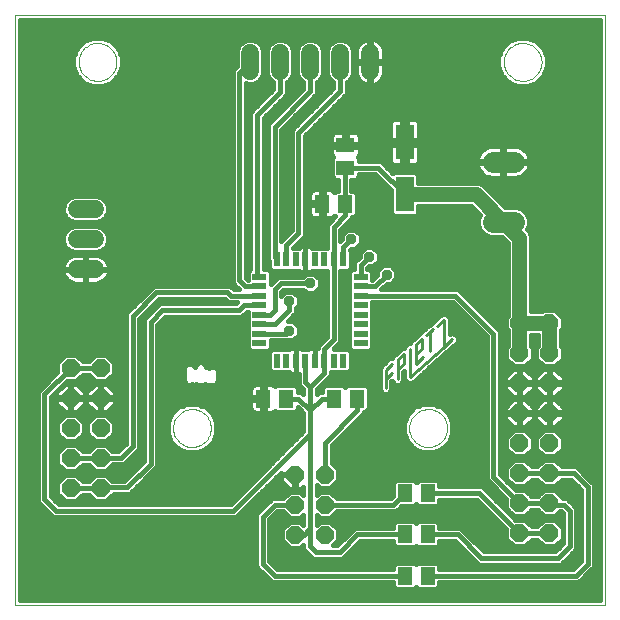
<source format=gtl>
G75*
G70*
%OFA0B0*%
%FSLAX24Y24*%
%IPPOS*%
%LPD*%
%AMOC8*
5,1,8,0,0,1.08239X$1,22.5*
%
%ADD10C,0.0000*%
%ADD11C,0.0080*%
%ADD12OC8,0.0600*%
%ADD13R,0.0220X0.0500*%
%ADD14R,0.0500X0.0220*%
%ADD15C,0.0600*%
%ADD16R,0.0512X0.0591*%
%ADD17C,0.0705*%
%ADD18R,0.0630X0.1181*%
%ADD19R,0.0591X0.0512*%
%ADD20C,0.0160*%
%ADD21C,0.0500*%
%ADD22OC8,0.0356*%
%ADD23C,0.0100*%
D10*
X000574Y000574D02*
X020259Y000574D01*
X020259Y020259D01*
X000574Y020259D01*
X000574Y000574D01*
X005849Y006479D02*
X005851Y006529D01*
X005857Y006579D01*
X005867Y006628D01*
X005881Y006676D01*
X005898Y006723D01*
X005919Y006768D01*
X005944Y006812D01*
X005972Y006853D01*
X006004Y006892D01*
X006038Y006929D01*
X006075Y006963D01*
X006115Y006993D01*
X006157Y007020D01*
X006201Y007044D01*
X006247Y007065D01*
X006294Y007081D01*
X006342Y007094D01*
X006392Y007103D01*
X006441Y007108D01*
X006492Y007109D01*
X006542Y007106D01*
X006591Y007099D01*
X006640Y007088D01*
X006688Y007073D01*
X006734Y007055D01*
X006779Y007033D01*
X006822Y007007D01*
X006863Y006978D01*
X006902Y006946D01*
X006938Y006911D01*
X006970Y006873D01*
X007000Y006833D01*
X007027Y006790D01*
X007050Y006746D01*
X007069Y006700D01*
X007085Y006652D01*
X007097Y006603D01*
X007105Y006554D01*
X007109Y006504D01*
X007109Y006454D01*
X007105Y006404D01*
X007097Y006355D01*
X007085Y006306D01*
X007069Y006258D01*
X007050Y006212D01*
X007027Y006168D01*
X007000Y006125D01*
X006970Y006085D01*
X006938Y006047D01*
X006902Y006012D01*
X006863Y005980D01*
X006822Y005951D01*
X006779Y005925D01*
X006734Y005903D01*
X006688Y005885D01*
X006640Y005870D01*
X006591Y005859D01*
X006542Y005852D01*
X006492Y005849D01*
X006441Y005850D01*
X006392Y005855D01*
X006342Y005864D01*
X006294Y005877D01*
X006247Y005893D01*
X006201Y005914D01*
X006157Y005938D01*
X006115Y005965D01*
X006075Y005995D01*
X006038Y006029D01*
X006004Y006066D01*
X005972Y006105D01*
X005944Y006146D01*
X005919Y006190D01*
X005898Y006235D01*
X005881Y006282D01*
X005867Y006330D01*
X005857Y006379D01*
X005851Y006429D01*
X005849Y006479D01*
X013723Y006479D02*
X013725Y006529D01*
X013731Y006579D01*
X013741Y006628D01*
X013755Y006676D01*
X013772Y006723D01*
X013793Y006768D01*
X013818Y006812D01*
X013846Y006853D01*
X013878Y006892D01*
X013912Y006929D01*
X013949Y006963D01*
X013989Y006993D01*
X014031Y007020D01*
X014075Y007044D01*
X014121Y007065D01*
X014168Y007081D01*
X014216Y007094D01*
X014266Y007103D01*
X014315Y007108D01*
X014366Y007109D01*
X014416Y007106D01*
X014465Y007099D01*
X014514Y007088D01*
X014562Y007073D01*
X014608Y007055D01*
X014653Y007033D01*
X014696Y007007D01*
X014737Y006978D01*
X014776Y006946D01*
X014812Y006911D01*
X014844Y006873D01*
X014874Y006833D01*
X014901Y006790D01*
X014924Y006746D01*
X014943Y006700D01*
X014959Y006652D01*
X014971Y006603D01*
X014979Y006554D01*
X014983Y006504D01*
X014983Y006454D01*
X014979Y006404D01*
X014971Y006355D01*
X014959Y006306D01*
X014943Y006258D01*
X014924Y006212D01*
X014901Y006168D01*
X014874Y006125D01*
X014844Y006085D01*
X014812Y006047D01*
X014776Y006012D01*
X014737Y005980D01*
X014696Y005951D01*
X014653Y005925D01*
X014608Y005903D01*
X014562Y005885D01*
X014514Y005870D01*
X014465Y005859D01*
X014416Y005852D01*
X014366Y005849D01*
X014315Y005850D01*
X014266Y005855D01*
X014216Y005864D01*
X014168Y005877D01*
X014121Y005893D01*
X014075Y005914D01*
X014031Y005938D01*
X013989Y005965D01*
X013949Y005995D01*
X013912Y006029D01*
X013878Y006066D01*
X013846Y006105D01*
X013818Y006146D01*
X013793Y006190D01*
X013772Y006235D01*
X013755Y006282D01*
X013741Y006330D01*
X013731Y006379D01*
X013725Y006429D01*
X013723Y006479D01*
X016873Y018684D02*
X016875Y018734D01*
X016881Y018784D01*
X016891Y018833D01*
X016905Y018881D01*
X016922Y018928D01*
X016943Y018973D01*
X016968Y019017D01*
X016996Y019058D01*
X017028Y019097D01*
X017062Y019134D01*
X017099Y019168D01*
X017139Y019198D01*
X017181Y019225D01*
X017225Y019249D01*
X017271Y019270D01*
X017318Y019286D01*
X017366Y019299D01*
X017416Y019308D01*
X017465Y019313D01*
X017516Y019314D01*
X017566Y019311D01*
X017615Y019304D01*
X017664Y019293D01*
X017712Y019278D01*
X017758Y019260D01*
X017803Y019238D01*
X017846Y019212D01*
X017887Y019183D01*
X017926Y019151D01*
X017962Y019116D01*
X017994Y019078D01*
X018024Y019038D01*
X018051Y018995D01*
X018074Y018951D01*
X018093Y018905D01*
X018109Y018857D01*
X018121Y018808D01*
X018129Y018759D01*
X018133Y018709D01*
X018133Y018659D01*
X018129Y018609D01*
X018121Y018560D01*
X018109Y018511D01*
X018093Y018463D01*
X018074Y018417D01*
X018051Y018373D01*
X018024Y018330D01*
X017994Y018290D01*
X017962Y018252D01*
X017926Y018217D01*
X017887Y018185D01*
X017846Y018156D01*
X017803Y018130D01*
X017758Y018108D01*
X017712Y018090D01*
X017664Y018075D01*
X017615Y018064D01*
X017566Y018057D01*
X017516Y018054D01*
X017465Y018055D01*
X017416Y018060D01*
X017366Y018069D01*
X017318Y018082D01*
X017271Y018098D01*
X017225Y018119D01*
X017181Y018143D01*
X017139Y018170D01*
X017099Y018200D01*
X017062Y018234D01*
X017028Y018271D01*
X016996Y018310D01*
X016968Y018351D01*
X016943Y018395D01*
X016922Y018440D01*
X016905Y018487D01*
X016891Y018535D01*
X016881Y018584D01*
X016875Y018634D01*
X016873Y018684D01*
X002700Y018684D02*
X002702Y018734D01*
X002708Y018784D01*
X002718Y018833D01*
X002732Y018881D01*
X002749Y018928D01*
X002770Y018973D01*
X002795Y019017D01*
X002823Y019058D01*
X002855Y019097D01*
X002889Y019134D01*
X002926Y019168D01*
X002966Y019198D01*
X003008Y019225D01*
X003052Y019249D01*
X003098Y019270D01*
X003145Y019286D01*
X003193Y019299D01*
X003243Y019308D01*
X003292Y019313D01*
X003343Y019314D01*
X003393Y019311D01*
X003442Y019304D01*
X003491Y019293D01*
X003539Y019278D01*
X003585Y019260D01*
X003630Y019238D01*
X003673Y019212D01*
X003714Y019183D01*
X003753Y019151D01*
X003789Y019116D01*
X003821Y019078D01*
X003851Y019038D01*
X003878Y018995D01*
X003901Y018951D01*
X003920Y018905D01*
X003936Y018857D01*
X003948Y018808D01*
X003956Y018759D01*
X003960Y018709D01*
X003960Y018659D01*
X003956Y018609D01*
X003948Y018560D01*
X003936Y018511D01*
X003920Y018463D01*
X003901Y018417D01*
X003878Y018373D01*
X003851Y018330D01*
X003821Y018290D01*
X003789Y018252D01*
X003753Y018217D01*
X003714Y018185D01*
X003673Y018156D01*
X003630Y018130D01*
X003585Y018108D01*
X003539Y018090D01*
X003491Y018075D01*
X003442Y018064D01*
X003393Y018057D01*
X003343Y018054D01*
X003292Y018055D01*
X003243Y018060D01*
X003193Y018069D01*
X003145Y018082D01*
X003098Y018098D01*
X003052Y018119D01*
X003008Y018143D01*
X002966Y018170D01*
X002926Y018200D01*
X002889Y018234D01*
X002855Y018271D01*
X002823Y018310D01*
X002795Y018351D01*
X002770Y018395D01*
X002749Y018440D01*
X002732Y018487D01*
X002718Y018535D01*
X002708Y018584D01*
X002702Y018634D01*
X002700Y018684D01*
D11*
X006976Y009005D02*
X006976Y008685D01*
X006976Y008791D02*
X007137Y008898D01*
X007283Y008898D02*
X007337Y008898D01*
X007337Y008685D01*
X007390Y008685D02*
X007283Y008685D01*
X007137Y008685D02*
X006976Y008791D01*
X007337Y009005D02*
X007337Y009058D01*
X007529Y008898D02*
X007529Y008738D01*
X007582Y008685D01*
X007742Y008685D01*
X007742Y008898D01*
D12*
X009916Y004920D03*
X009916Y003920D03*
X009916Y002920D03*
X010916Y002920D03*
X010916Y003920D03*
X010916Y004920D03*
X017397Y004979D03*
X017397Y003979D03*
X018397Y003979D03*
X018397Y004979D03*
X018397Y005979D03*
X018397Y006979D03*
X018397Y007979D03*
X018397Y008979D03*
X018397Y009979D03*
X017397Y009979D03*
X017397Y008979D03*
X017397Y007979D03*
X017397Y006979D03*
X017397Y005979D03*
X017397Y002979D03*
X018397Y002979D03*
X003436Y004479D03*
X002436Y004479D03*
X002436Y005479D03*
X003436Y005479D03*
X003436Y006479D03*
X003436Y007479D03*
X002436Y007479D03*
X002436Y006479D03*
X002436Y008479D03*
X003436Y008479D03*
D13*
X009314Y008726D03*
X009629Y008726D03*
X009944Y008726D03*
X010259Y008726D03*
X010574Y008726D03*
X010889Y008726D03*
X011204Y008726D03*
X011519Y008726D03*
X011519Y012106D03*
X011204Y012106D03*
X010889Y012106D03*
X010574Y012106D03*
X010259Y012106D03*
X009944Y012106D03*
X009629Y012106D03*
X009314Y012106D03*
D14*
X008726Y011519D03*
X008726Y011204D03*
X008726Y010889D03*
X008726Y010574D03*
X008726Y010259D03*
X008726Y009944D03*
X008726Y009629D03*
X008726Y009314D03*
X012106Y009314D03*
X012106Y009629D03*
X012106Y009944D03*
X012106Y010259D03*
X012106Y010574D03*
X012106Y010889D03*
X012106Y011204D03*
X012106Y011519D03*
D15*
X012416Y018384D02*
X012416Y018984D01*
X011416Y018984D02*
X011416Y018384D01*
X010416Y018384D02*
X010416Y018984D01*
X009416Y018984D02*
X009416Y018384D01*
X008416Y018384D02*
X008416Y018984D01*
X003236Y013778D02*
X002636Y013778D01*
X002636Y012778D02*
X003236Y012778D01*
X003236Y011778D02*
X002636Y011778D01*
D16*
X008861Y007463D03*
X009609Y007463D03*
X011223Y007463D03*
X011971Y007463D03*
X013586Y004314D03*
X014334Y004314D03*
X014334Y002936D03*
X013586Y002936D03*
X013586Y001558D03*
X014334Y001558D03*
X011578Y013960D03*
X010830Y013960D03*
D17*
X016507Y013353D02*
X017212Y013353D01*
X017212Y015353D02*
X016507Y015353D01*
D18*
X013566Y016007D03*
X013566Y014274D03*
D19*
X011597Y015160D03*
X011597Y015908D03*
D20*
X011549Y015948D02*
X010243Y015948D01*
X010243Y015790D02*
X011122Y015790D01*
X011122Y015860D02*
X011122Y015629D01*
X011134Y015583D01*
X011158Y015542D01*
X011192Y015508D01*
X011195Y015507D01*
X011162Y015474D01*
X011162Y014846D01*
X011244Y014764D01*
X011358Y014764D01*
X011358Y014395D01*
X011264Y014395D01*
X011231Y014362D01*
X011230Y014365D01*
X011196Y014399D01*
X011155Y014423D01*
X011109Y014435D01*
X010878Y014435D01*
X010878Y014007D01*
X010782Y014007D01*
X010782Y013912D01*
X010394Y013912D01*
X010394Y013641D01*
X010406Y013595D01*
X010430Y013554D01*
X010463Y013520D01*
X010504Y013497D01*
X010550Y013484D01*
X010782Y013484D01*
X010782Y013912D01*
X010878Y013912D01*
X010878Y013484D01*
X011109Y013484D01*
X011155Y013497D01*
X011196Y013520D01*
X011230Y013554D01*
X011231Y013557D01*
X011254Y013534D01*
X010984Y013263D01*
X010984Y012496D01*
X010483Y012496D01*
X010479Y012500D01*
X010438Y012524D01*
X010392Y012536D01*
X010259Y012536D01*
X010259Y012106D01*
X010259Y011676D01*
X010392Y011676D01*
X010438Y011688D01*
X010479Y011712D01*
X010483Y011716D01*
X010984Y011716D01*
X010984Y009523D01*
X010669Y009208D01*
X010669Y009156D01*
X010574Y009156D01*
X010574Y008726D01*
X010574Y008726D01*
X010574Y009156D01*
X010440Y009156D01*
X010394Y009144D01*
X010353Y009120D01*
X010349Y009116D01*
X010168Y009116D01*
X010164Y009120D01*
X010123Y009144D01*
X010077Y009156D01*
X009944Y009156D01*
X009944Y008726D01*
X009944Y008296D01*
X010039Y008296D01*
X010039Y007924D01*
X010168Y007795D01*
X010196Y007766D01*
X010196Y007601D01*
X010114Y007683D01*
X010005Y007683D01*
X010005Y007817D01*
X009923Y007899D01*
X009295Y007899D01*
X009263Y007866D01*
X009261Y007869D01*
X009228Y007903D01*
X009186Y007926D01*
X009141Y007939D01*
X008909Y007939D01*
X008909Y007511D01*
X008813Y007511D01*
X008813Y007416D01*
X008425Y007416D01*
X008425Y007144D01*
X008437Y007099D01*
X008461Y007058D01*
X008495Y007024D01*
X008536Y007000D01*
X008581Y006988D01*
X008813Y006988D01*
X008813Y007416D01*
X008909Y007416D01*
X008909Y006988D01*
X009141Y006988D01*
X009186Y007000D01*
X009228Y007024D01*
X009261Y007058D01*
X009263Y007061D01*
X009295Y007028D01*
X009923Y007028D01*
X010005Y007110D01*
X010005Y007170D01*
X010196Y006979D01*
X010196Y006373D01*
X007766Y003943D01*
X002043Y003943D01*
X001778Y004208D01*
X001778Y007510D01*
X002307Y008039D01*
X002618Y008039D01*
X002838Y008259D01*
X003034Y008259D01*
X003254Y008039D01*
X003618Y008039D01*
X003876Y008297D01*
X003876Y008661D01*
X003618Y008919D01*
X003254Y008919D01*
X003034Y008699D01*
X002838Y008699D01*
X002618Y008919D01*
X002254Y008919D01*
X001996Y008661D01*
X001996Y008350D01*
X001338Y007692D01*
X001338Y004026D01*
X001861Y003503D01*
X007948Y003503D01*
X009436Y004991D01*
X009436Y004940D01*
X009896Y004940D01*
X009896Y004900D01*
X009436Y004900D01*
X009436Y004721D01*
X009717Y004440D01*
X009896Y004440D01*
X009896Y004900D01*
X009936Y004900D01*
X009936Y004440D01*
X010115Y004440D01*
X010196Y004521D01*
X010196Y004262D01*
X010098Y004360D01*
X009734Y004360D01*
X009514Y004140D01*
X009144Y004140D01*
X008750Y003746D01*
X008621Y003618D01*
X008621Y001861D01*
X009015Y001467D01*
X009144Y001338D01*
X013190Y001338D01*
X013190Y001205D01*
X013272Y001123D01*
X013899Y001123D01*
X013960Y001183D01*
X014020Y001123D01*
X014647Y001123D01*
X014729Y001205D01*
X014729Y001338D01*
X019366Y001338D01*
X019759Y001732D01*
X019888Y001861D01*
X019888Y004602D01*
X019759Y004731D01*
X019291Y005199D01*
X018799Y005199D01*
X018579Y005419D01*
X018214Y005419D01*
X017994Y005199D01*
X017799Y005199D01*
X017579Y005419D01*
X017214Y005419D01*
X016957Y005161D01*
X016957Y004797D01*
X017214Y004539D01*
X017579Y004539D01*
X017799Y004759D01*
X017994Y004759D01*
X018214Y004539D01*
X018579Y004539D01*
X018799Y004759D01*
X019109Y004759D01*
X019448Y004420D01*
X019448Y002043D01*
X019183Y001778D01*
X014729Y001778D01*
X014729Y001911D01*
X014647Y001993D01*
X014020Y001993D01*
X013960Y001933D01*
X013899Y001993D01*
X013272Y001993D01*
X013190Y001911D01*
X013190Y001778D01*
X009326Y001778D01*
X009061Y002043D01*
X009061Y003435D01*
X009326Y003700D01*
X009514Y003700D01*
X009734Y003480D01*
X010098Y003480D01*
X010196Y003578D01*
X010196Y003262D01*
X010098Y003360D01*
X009734Y003360D01*
X009476Y003102D01*
X009476Y002738D01*
X009734Y002480D01*
X010098Y002480D01*
X010196Y002578D01*
X010196Y002451D01*
X010393Y002254D01*
X010522Y002125D01*
X011492Y002125D01*
X011620Y002254D01*
X011620Y002254D01*
X012082Y002716D01*
X013190Y002716D01*
X013190Y002583D01*
X013272Y002501D01*
X013899Y002501D01*
X013960Y002561D01*
X014020Y002501D01*
X014647Y002501D01*
X014729Y002583D01*
X014729Y002716D01*
X015246Y002716D01*
X016034Y001929D01*
X018775Y001929D01*
X019169Y002322D01*
X019298Y002451D01*
X019298Y003814D01*
X019101Y004011D01*
X018972Y004140D01*
X018837Y004140D01*
X018837Y004161D01*
X018579Y004419D01*
X018214Y004419D01*
X017994Y004199D01*
X017799Y004199D01*
X017579Y004419D01*
X017268Y004419D01*
X016739Y004948D01*
X016739Y009720D01*
X016610Y009849D01*
X015350Y011109D01*
X012798Y011109D01*
X012968Y011279D01*
X013107Y011279D01*
X013293Y011466D01*
X013293Y011729D01*
X013107Y011915D01*
X012844Y011915D01*
X012657Y011729D01*
X012657Y011590D01*
X012496Y011429D01*
X012496Y011687D01*
X012414Y011769D01*
X012326Y011769D01*
X012326Y011818D01*
X012378Y011870D01*
X012516Y011870D01*
X012703Y012056D01*
X012703Y012320D01*
X012516Y012506D01*
X012253Y012506D01*
X012067Y012320D01*
X012067Y012181D01*
X011886Y012000D01*
X011886Y011769D01*
X011798Y011769D01*
X011716Y011687D01*
X011716Y009146D01*
X011798Y009064D01*
X012414Y009064D01*
X012496Y009146D01*
X012496Y010669D01*
X015168Y010669D01*
X016299Y009538D01*
X016299Y004766D01*
X016957Y004108D01*
X016957Y003797D01*
X017214Y003539D01*
X017579Y003539D01*
X017799Y003759D01*
X017994Y003759D01*
X018214Y003539D01*
X018579Y003539D01*
X018740Y003700D01*
X018790Y003700D01*
X018858Y003632D01*
X018858Y002633D01*
X018593Y002369D01*
X016216Y002369D01*
X015557Y003027D01*
X015429Y003156D01*
X014729Y003156D01*
X014729Y003289D01*
X014647Y003371D01*
X014020Y003371D01*
X013960Y003311D01*
X013899Y003371D01*
X013272Y003371D01*
X013190Y003289D01*
X013190Y003156D01*
X011900Y003156D01*
X011771Y003027D01*
X011309Y002565D01*
X011184Y002565D01*
X011356Y002738D01*
X011356Y003102D01*
X011098Y003360D01*
X010734Y003360D01*
X010636Y003262D01*
X010636Y003578D01*
X010734Y003480D01*
X011098Y003480D01*
X011318Y003700D01*
X013283Y003700D01*
X013412Y003829D01*
X013461Y003879D01*
X013899Y003879D01*
X013960Y003939D01*
X014020Y003879D01*
X014647Y003879D01*
X014729Y003961D01*
X014729Y004094D01*
X015971Y004094D01*
X016957Y003108D01*
X016957Y002797D01*
X017214Y002539D01*
X017579Y002539D01*
X017799Y002759D01*
X017994Y002759D01*
X018214Y002539D01*
X018579Y002539D01*
X018837Y002797D01*
X018837Y003161D01*
X018579Y003419D01*
X018214Y003419D01*
X017994Y003199D01*
X017799Y003199D01*
X017579Y003419D01*
X017268Y003419D01*
X016282Y004405D01*
X016153Y004534D01*
X014729Y004534D01*
X014729Y004667D01*
X014647Y004749D01*
X014020Y004749D01*
X013960Y004689D01*
X013899Y004749D01*
X013272Y004749D01*
X013190Y004667D01*
X013190Y004229D01*
X013101Y004140D01*
X011318Y004140D01*
X011098Y004360D01*
X010734Y004360D01*
X010636Y004262D01*
X010636Y004578D01*
X010734Y004480D01*
X011098Y004480D01*
X011356Y004738D01*
X011356Y005102D01*
X011136Y005322D01*
X011136Y005904D01*
X012082Y006850D01*
X012211Y006979D01*
X012211Y007028D01*
X012285Y007028D01*
X012367Y007110D01*
X012367Y007817D01*
X012285Y007899D01*
X011657Y007899D01*
X011597Y007839D01*
X011537Y007899D01*
X010909Y007899D01*
X010827Y007817D01*
X010827Y007683D01*
X010719Y007683D01*
X010636Y007601D01*
X010636Y007766D01*
X011109Y008238D01*
X011109Y008336D01*
X011687Y008336D01*
X011769Y008418D01*
X011769Y009034D01*
X011687Y009116D01*
X011199Y009116D01*
X011295Y009212D01*
X011424Y009341D01*
X011424Y011716D01*
X011687Y011716D01*
X011769Y011798D01*
X011769Y012414D01*
X011755Y012428D01*
X011787Y012460D01*
X011926Y012460D01*
X012112Y012647D01*
X012112Y012910D01*
X011926Y013097D01*
X011662Y013097D01*
X011476Y012910D01*
X011476Y012771D01*
X011424Y012719D01*
X011424Y013081D01*
X011688Y013346D01*
X011817Y013475D01*
X011817Y013524D01*
X011892Y013524D01*
X011974Y013606D01*
X011974Y014313D01*
X011892Y014395D01*
X011798Y014395D01*
X011798Y014764D01*
X011951Y014764D01*
X012033Y014846D01*
X012033Y014940D01*
X012589Y014940D01*
X013111Y014418D01*
X013111Y013626D01*
X013193Y013544D01*
X013939Y013544D01*
X014021Y013626D01*
X014021Y013884D01*
X015776Y013884D01*
X016071Y013589D01*
X016014Y013451D01*
X016014Y013255D01*
X016089Y013074D01*
X016228Y012936D01*
X016409Y012861D01*
X016800Y012861D01*
X017007Y012654D01*
X017007Y010211D01*
X016957Y010161D01*
X016957Y009797D01*
X017007Y009747D01*
X017007Y009211D01*
X016957Y009161D01*
X016957Y008797D01*
X017214Y008539D01*
X017579Y008539D01*
X017837Y008797D01*
X017837Y009161D01*
X017787Y009211D01*
X017787Y009589D01*
X018007Y009589D01*
X018007Y009211D01*
X017957Y009161D01*
X017957Y008797D01*
X018214Y008539D01*
X018579Y008539D01*
X018837Y008797D01*
X018837Y009161D01*
X018787Y009211D01*
X018787Y009747D01*
X018837Y009797D01*
X018837Y010161D01*
X018579Y010419D01*
X018214Y010419D01*
X018164Y010369D01*
X017787Y010369D01*
X017787Y012893D01*
X017727Y013037D01*
X017647Y013117D01*
X017704Y013255D01*
X017704Y013451D01*
X017629Y013632D01*
X017491Y013771D01*
X017310Y013846D01*
X016918Y013846D01*
X016159Y014605D01*
X016015Y014664D01*
X014021Y014664D01*
X014021Y014923D01*
X013939Y015005D01*
X013193Y015005D01*
X013170Y014982D01*
X012771Y015380D01*
X012033Y015380D01*
X012033Y015474D01*
X012000Y015507D01*
X012003Y015508D01*
X012037Y015542D01*
X012060Y015583D01*
X012073Y015629D01*
X012073Y015860D01*
X011645Y015860D01*
X011645Y015956D01*
X011549Y015956D01*
X011549Y015860D01*
X011122Y015860D01*
X011122Y015956D02*
X011549Y015956D01*
X011549Y016344D01*
X011278Y016344D01*
X011233Y016332D01*
X011192Y016308D01*
X011158Y016275D01*
X011134Y016234D01*
X011122Y016188D01*
X011122Y015956D01*
X011122Y016107D02*
X010243Y016107D01*
X010243Y016231D02*
X011636Y017624D01*
X011636Y017999D01*
X011665Y018011D01*
X011789Y018135D01*
X011856Y018296D01*
X011856Y019071D01*
X011789Y019233D01*
X011665Y019357D01*
X011504Y019424D01*
X011329Y019424D01*
X011167Y019357D01*
X011043Y019233D01*
X010976Y019071D01*
X010976Y018296D01*
X011043Y018135D01*
X011167Y018011D01*
X011196Y017999D01*
X011196Y017807D01*
X009931Y016542D01*
X009803Y016413D01*
X009803Y013066D01*
X009455Y012719D01*
X009455Y016427D01*
X010636Y017609D01*
X010636Y017999D01*
X010665Y018011D01*
X010789Y018135D01*
X010856Y018296D01*
X010856Y019071D01*
X010789Y019233D01*
X010665Y019357D01*
X010504Y019424D01*
X010329Y019424D01*
X010167Y019357D01*
X010043Y019233D01*
X009976Y019071D01*
X009976Y018296D01*
X010043Y018135D01*
X010167Y018011D01*
X010196Y017999D01*
X010196Y017791D01*
X009144Y016739D01*
X009015Y016610D01*
X009015Y012094D01*
X009064Y012045D01*
X009064Y011798D01*
X009146Y011716D01*
X010034Y011716D01*
X010038Y011712D01*
X010079Y011688D01*
X010125Y011676D01*
X010259Y011676D01*
X010259Y012106D01*
X010259Y012106D01*
X010259Y012106D01*
X010259Y012536D01*
X010125Y012536D01*
X010079Y012524D01*
X010038Y012500D01*
X010034Y012496D01*
X009855Y012496D01*
X010243Y012884D01*
X010243Y016231D01*
X010277Y016265D02*
X011152Y016265D01*
X011549Y016265D02*
X011645Y016265D01*
X011645Y016344D02*
X011645Y015956D01*
X012073Y015956D01*
X012073Y016188D01*
X012060Y016234D01*
X012037Y016275D01*
X012003Y016308D01*
X011962Y016332D01*
X011916Y016344D01*
X011645Y016344D01*
X011645Y016107D02*
X011549Y016107D01*
X011645Y015948D02*
X013488Y015948D01*
X013488Y015929D02*
X013071Y015929D01*
X013071Y015393D01*
X013083Y015347D01*
X013107Y015306D01*
X013140Y015272D01*
X013181Y015248D01*
X013227Y015236D01*
X013488Y015236D01*
X013488Y015929D01*
X013488Y016084D01*
X013071Y016084D01*
X013071Y016621D01*
X013083Y016667D01*
X013107Y016708D01*
X013140Y016741D01*
X010753Y016741D01*
X010911Y016899D02*
X020079Y016899D01*
X020079Y016741D02*
X013992Y016741D01*
X013991Y016741D02*
X013950Y016765D01*
X013904Y016777D01*
X013643Y016777D01*
X013643Y016084D01*
X013488Y016084D01*
X013488Y016777D01*
X013227Y016777D01*
X013181Y016765D01*
X013140Y016741D01*
X013071Y016582D02*
X010594Y016582D01*
X010436Y016424D02*
X013071Y016424D01*
X013071Y016265D02*
X012042Y016265D01*
X012073Y016107D02*
X013071Y016107D01*
X013071Y015790D02*
X012073Y015790D01*
X012073Y015631D02*
X013071Y015631D01*
X013071Y015473D02*
X012033Y015473D01*
X011597Y015160D02*
X011578Y015141D01*
X011578Y013960D01*
X011597Y013940D01*
X011597Y013566D01*
X011204Y013172D01*
X011204Y012106D01*
X011204Y009432D01*
X010889Y009117D01*
X010889Y008726D01*
X010889Y008330D01*
X010416Y007857D01*
X010259Y008015D01*
X010259Y008726D01*
X010574Y008816D02*
X010574Y008816D01*
X010574Y008974D02*
X010574Y008974D01*
X010574Y009133D02*
X010574Y009133D01*
X010375Y009133D02*
X010143Y009133D01*
X009944Y009133D02*
X009944Y009133D01*
X009944Y009156D02*
X009810Y009156D01*
X009764Y009144D01*
X009723Y009120D01*
X009719Y009116D01*
X009146Y009116D01*
X009064Y009034D01*
X009064Y008418D01*
X009146Y008336D01*
X009719Y008336D01*
X009723Y008332D01*
X009764Y008308D01*
X009810Y008296D01*
X009944Y008296D01*
X009944Y008726D01*
X009944Y008726D01*
X009944Y008726D01*
X009944Y009156D01*
X009944Y008974D02*
X009944Y008974D01*
X009944Y008816D02*
X009944Y008816D01*
X009944Y008657D02*
X009944Y008657D01*
X009944Y008499D02*
X009944Y008499D01*
X009944Y008340D02*
X009944Y008340D01*
X010039Y008182D02*
X007349Y008182D01*
X007349Y008036D02*
X007243Y007931D01*
X006934Y007931D01*
X006912Y007952D01*
X006891Y007931D01*
X006635Y007931D01*
X006626Y007940D01*
X006525Y007920D01*
X006490Y007943D01*
X006477Y007931D01*
X006328Y007931D01*
X006223Y008036D01*
X006223Y008163D01*
X006212Y008180D01*
X006219Y008218D01*
X006212Y008255D01*
X006223Y008272D01*
X006223Y008506D01*
X006328Y008611D01*
X006477Y008611D01*
X006583Y008506D01*
X006583Y008504D01*
X006583Y008504D01*
X006583Y008559D01*
X006688Y008665D01*
X006838Y008665D01*
X006943Y008559D01*
X006943Y008504D01*
X007030Y008504D01*
X007062Y008472D01*
X007094Y008504D01*
X007243Y008504D01*
X007349Y008399D01*
X007349Y008036D01*
X007336Y008023D02*
X010039Y008023D01*
X010098Y007865D02*
X009957Y007865D01*
X010005Y007706D02*
X010196Y007706D01*
X010023Y007463D02*
X010416Y007070D01*
X010810Y007463D01*
X011223Y007463D01*
X010827Y007706D02*
X010636Y007706D01*
X010735Y007865D02*
X010875Y007865D01*
X010893Y008023D02*
X012748Y008023D01*
X012748Y007865D02*
X012319Y007865D01*
X012367Y007706D02*
X012782Y007706D01*
X012748Y007741D02*
X012859Y007630D01*
X013016Y007630D01*
X013128Y007741D01*
X013128Y008041D01*
X013148Y008061D01*
X013148Y008041D01*
X013259Y007930D01*
X013416Y007930D01*
X013528Y008041D01*
X013528Y008358D01*
X013548Y008376D01*
X013548Y008175D01*
X013543Y008102D01*
X013548Y008097D01*
X013548Y008091D01*
X013599Y008039D01*
X013648Y007984D01*
X013655Y007984D01*
X013659Y007980D01*
X013732Y007980D01*
X013805Y007975D01*
X013810Y007980D01*
X013816Y007980D01*
X013868Y008031D01*
X014956Y009001D01*
X014957Y009001D01*
X014961Y009005D01*
X014966Y009005D01*
X015018Y009056D01*
X015073Y009105D01*
X015073Y009106D01*
X015349Y009357D01*
X015356Y009514D01*
X015250Y009631D01*
X015093Y009638D01*
X015078Y009624D01*
X015078Y010089D01*
X015082Y010162D01*
X015078Y010167D01*
X015078Y010173D01*
X015026Y010225D01*
X014977Y010280D01*
X014971Y010280D01*
X014966Y010285D01*
X014893Y010285D01*
X014820Y010289D01*
X014815Y010285D01*
X014809Y010285D01*
X014757Y010233D01*
X014478Y009984D01*
X014477Y009967D01*
X014462Y009969D01*
X014349Y009885D01*
X014334Y009885D01*
X014288Y009838D01*
X014236Y009799D01*
X014234Y009784D01*
X014223Y009773D01*
X014098Y009648D01*
X014098Y009638D01*
X014072Y009639D01*
X014066Y009635D01*
X014059Y009635D01*
X014008Y009583D01*
X013866Y009460D01*
X013859Y009460D01*
X013808Y009408D01*
X013753Y009361D01*
X013753Y009353D01*
X013748Y009348D01*
X013748Y009310D01*
X013659Y009310D01*
X013548Y009198D01*
X013548Y009135D01*
X013544Y009135D01*
X013472Y009139D01*
X013466Y009135D01*
X013459Y009135D01*
X013408Y009083D01*
X013266Y008960D01*
X013259Y008960D01*
X013208Y008908D01*
X013153Y008861D01*
X013153Y008853D01*
X013148Y008848D01*
X013148Y008810D01*
X013059Y008810D01*
X012859Y008610D01*
X012748Y008498D01*
X012748Y007741D01*
X013093Y007706D02*
X016299Y007706D01*
X016299Y007548D02*
X012367Y007548D01*
X012367Y007389D02*
X016299Y007389D01*
X016299Y007231D02*
X014655Y007231D01*
X014514Y007289D02*
X014192Y007289D01*
X013894Y007166D01*
X013667Y006938D01*
X013543Y006640D01*
X013543Y006318D01*
X013667Y006020D01*
X013894Y005793D01*
X014192Y005669D01*
X014514Y005669D01*
X014812Y005793D01*
X015040Y006020D01*
X015163Y006318D01*
X015163Y006640D01*
X015040Y006938D01*
X014812Y007166D01*
X014514Y007289D01*
X014906Y007072D02*
X016299Y007072D01*
X016299Y006914D02*
X015050Y006914D01*
X015116Y006755D02*
X016299Y006755D01*
X016299Y006597D02*
X015163Y006597D01*
X015163Y006438D02*
X016299Y006438D01*
X016299Y006280D02*
X015147Y006280D01*
X015082Y006121D02*
X016299Y006121D01*
X016299Y005963D02*
X014982Y005963D01*
X014824Y005804D02*
X016299Y005804D01*
X016299Y005646D02*
X011136Y005646D01*
X011136Y005804D02*
X013883Y005804D01*
X013724Y005963D02*
X011195Y005963D01*
X011354Y006121D02*
X013625Y006121D01*
X013559Y006280D02*
X011512Y006280D01*
X011671Y006438D02*
X013543Y006438D01*
X013543Y006597D02*
X011829Y006597D01*
X011988Y006755D02*
X013591Y006755D01*
X013657Y006914D02*
X012146Y006914D01*
X011991Y007070D02*
X011991Y007444D01*
X011971Y007463D01*
X011991Y007070D02*
X010916Y005995D01*
X010916Y004920D01*
X011356Y004853D02*
X016299Y004853D01*
X016299Y005012D02*
X011356Y005012D01*
X011288Y005170D02*
X016299Y005170D01*
X016299Y005329D02*
X011136Y005329D01*
X011136Y005487D02*
X016299Y005487D01*
X016739Y005487D02*
X020079Y005487D01*
X020079Y005329D02*
X018669Y005329D01*
X018579Y005539D02*
X018837Y005797D01*
X018837Y006161D01*
X018579Y006419D01*
X018214Y006419D01*
X017957Y006161D01*
X017957Y005797D01*
X018214Y005539D01*
X018579Y005539D01*
X018685Y005646D02*
X020079Y005646D01*
X020079Y005804D02*
X018837Y005804D01*
X018837Y005963D02*
X020079Y005963D01*
X020079Y006121D02*
X018837Y006121D01*
X018718Y006280D02*
X020079Y006280D01*
X020079Y006438D02*
X016739Y006438D01*
X016739Y006280D02*
X017075Y006280D01*
X016957Y006161D02*
X016957Y005797D01*
X017214Y005539D01*
X017579Y005539D01*
X017837Y005797D01*
X017837Y006161D01*
X017579Y006419D01*
X017214Y006419D01*
X016957Y006161D01*
X016957Y006121D02*
X016739Y006121D01*
X016739Y005963D02*
X016957Y005963D01*
X016957Y005804D02*
X016739Y005804D01*
X016739Y005646D02*
X017108Y005646D01*
X017124Y005329D02*
X016739Y005329D01*
X016739Y005170D02*
X016965Y005170D01*
X016957Y005012D02*
X016739Y005012D01*
X016834Y004853D02*
X016957Y004853D01*
X016992Y004695D02*
X017059Y004695D01*
X017151Y004536D02*
X019332Y004536D01*
X019448Y004378D02*
X018620Y004378D01*
X018779Y004219D02*
X019448Y004219D01*
X019448Y004061D02*
X019051Y004061D01*
X018881Y003920D02*
X018456Y003920D01*
X018397Y003979D01*
X017397Y003979D01*
X016519Y004857D01*
X016519Y009629D01*
X015259Y010889D01*
X012106Y010889D01*
X012106Y011204D02*
X012582Y011204D01*
X012975Y011597D01*
X012755Y011827D02*
X012335Y011827D01*
X012496Y011669D02*
X012657Y011669D01*
X012577Y011510D02*
X012496Y011510D01*
X012106Y011519D02*
X012106Y011909D01*
X012385Y012188D01*
X012632Y011986D02*
X017007Y011986D01*
X017007Y012144D02*
X012703Y012144D01*
X012703Y012303D02*
X017007Y012303D01*
X017007Y012461D02*
X012561Y012461D01*
X012208Y012461D02*
X011927Y012461D01*
X012067Y012303D02*
X011769Y012303D01*
X011769Y012144D02*
X012030Y012144D01*
X011886Y011986D02*
X011769Y011986D01*
X011769Y011827D02*
X011886Y011827D01*
X011716Y011669D02*
X011424Y011669D01*
X011424Y011510D02*
X011716Y011510D01*
X011716Y011352D02*
X011424Y011352D01*
X011424Y011193D02*
X011716Y011193D01*
X011716Y011035D02*
X011424Y011035D01*
X011424Y010876D02*
X011716Y010876D01*
X011716Y010718D02*
X011424Y010718D01*
X011424Y010559D02*
X011716Y010559D01*
X011716Y010401D02*
X011424Y010401D01*
X011424Y010242D02*
X011716Y010242D01*
X011716Y010084D02*
X011424Y010084D01*
X011424Y009925D02*
X011716Y009925D01*
X011716Y009767D02*
X011424Y009767D01*
X011424Y009608D02*
X011716Y009608D01*
X011716Y009450D02*
X011424Y009450D01*
X011374Y009291D02*
X011716Y009291D01*
X011729Y009133D02*
X011215Y009133D01*
X011295Y009212D02*
X011295Y009212D01*
X010910Y009450D02*
X009900Y009450D01*
X009859Y009409D02*
X010045Y009595D01*
X010045Y009859D01*
X009859Y010045D01*
X009668Y010045D01*
X009818Y010196D01*
X009947Y010325D01*
X009947Y010482D01*
X010045Y010580D01*
X010045Y010843D01*
X009859Y011030D01*
X009595Y011030D01*
X009455Y010889D01*
X009455Y011014D01*
X009523Y011082D01*
X010186Y011082D01*
X010284Y010984D01*
X010548Y010984D01*
X010734Y011170D01*
X010734Y011434D01*
X010548Y011620D01*
X010284Y011620D01*
X010186Y011522D01*
X009341Y011522D01*
X009212Y011393D01*
X009116Y011297D01*
X009116Y011687D01*
X009034Y011769D01*
X008865Y011769D01*
X008865Y016821D01*
X009636Y017593D01*
X009636Y017999D01*
X009665Y018011D01*
X009789Y018135D01*
X009856Y018296D01*
X009856Y019071D01*
X009789Y019233D01*
X009665Y019357D01*
X009504Y019424D01*
X009329Y019424D01*
X009167Y019357D01*
X009043Y019233D01*
X008976Y019071D01*
X008976Y018296D01*
X009043Y018135D01*
X009167Y018011D01*
X009196Y017999D01*
X009196Y017775D01*
X008553Y017132D01*
X008425Y017003D01*
X008425Y011769D01*
X008418Y011769D01*
X008336Y011687D01*
X008336Y011429D01*
X008274Y011492D01*
X008274Y017967D01*
X008329Y017944D01*
X008504Y017944D01*
X008665Y018011D01*
X008789Y018135D01*
X008856Y018296D01*
X008856Y019071D01*
X008789Y019233D01*
X008665Y019357D01*
X008504Y019424D01*
X008329Y019424D01*
X008167Y019357D01*
X008043Y019233D01*
X007976Y019071D01*
X007976Y018555D01*
X007834Y018413D01*
X007834Y011309D01*
X007963Y011180D01*
X008035Y011109D01*
X007870Y011109D01*
X007751Y011227D01*
X005207Y011227D01*
X004291Y010310D01*
X004291Y005980D01*
X004026Y005715D01*
X003822Y005715D01*
X003618Y005919D01*
X003254Y005919D01*
X003034Y005699D01*
X002838Y005699D01*
X002618Y005919D01*
X002254Y005919D01*
X001996Y005661D01*
X001996Y005297D01*
X002254Y005039D01*
X002618Y005039D01*
X002838Y005259D01*
X003034Y005259D01*
X003254Y005039D01*
X003618Y005039D01*
X003854Y005275D01*
X004208Y005275D01*
X004337Y005404D01*
X004731Y005798D01*
X004731Y010128D01*
X005389Y010787D01*
X007569Y010787D01*
X007687Y010669D01*
X007995Y010669D01*
X007963Y010636D01*
X005404Y010636D01*
X004881Y010114D01*
X004881Y005389D01*
X004223Y004731D01*
X003807Y004731D01*
X003618Y004919D01*
X003254Y004919D01*
X003034Y004699D01*
X002838Y004699D01*
X002618Y004919D01*
X002254Y004919D01*
X001996Y004661D01*
X001996Y004297D01*
X002254Y004039D01*
X002618Y004039D01*
X002838Y004259D01*
X003034Y004259D01*
X003254Y004039D01*
X003618Y004039D01*
X003870Y004291D01*
X004405Y004291D01*
X004534Y004420D01*
X005321Y005207D01*
X005321Y009931D01*
X005586Y010196D01*
X008145Y010196D01*
X008274Y010325D01*
X008303Y010354D01*
X008336Y010354D01*
X008336Y009146D01*
X008418Y009064D01*
X009034Y009064D01*
X009116Y009146D01*
X009116Y009409D01*
X009720Y009409D01*
X009720Y009409D01*
X009859Y009409D01*
X010045Y009608D02*
X010984Y009608D01*
X010984Y009767D02*
X010045Y009767D01*
X009979Y009925D02*
X010984Y009925D01*
X010984Y010084D02*
X009706Y010084D01*
X009864Y010242D02*
X010984Y010242D01*
X010984Y010401D02*
X009947Y010401D01*
X010025Y010559D02*
X010984Y010559D01*
X010984Y010718D02*
X010045Y010718D01*
X010012Y010876D02*
X010984Y010876D01*
X010984Y011035D02*
X010599Y011035D01*
X010734Y011193D02*
X010984Y011193D01*
X010984Y011352D02*
X010734Y011352D01*
X010658Y011510D02*
X010984Y011510D01*
X010984Y011669D02*
X009116Y011669D01*
X009116Y011510D02*
X009329Y011510D01*
X009171Y011352D02*
X009116Y011352D01*
X009235Y011105D02*
X009432Y011302D01*
X010416Y011302D01*
X010234Y011035D02*
X009476Y011035D01*
X009235Y011105D02*
X009235Y010416D01*
X009078Y010259D01*
X008726Y010259D01*
X008726Y010574D02*
X008211Y010574D01*
X008054Y010416D01*
X005495Y010416D01*
X005101Y010023D01*
X005101Y005298D01*
X004314Y004511D01*
X003467Y004511D01*
X003436Y004479D01*
X003526Y004389D01*
X003436Y004479D02*
X002436Y004479D01*
X001996Y004536D02*
X001778Y004536D01*
X001778Y004378D02*
X001996Y004378D01*
X002074Y004219D02*
X001778Y004219D01*
X001925Y004061D02*
X002232Y004061D01*
X002640Y004061D02*
X003232Y004061D01*
X003074Y004219D02*
X002798Y004219D01*
X002684Y004853D02*
X003188Y004853D01*
X003123Y005170D02*
X002749Y005170D01*
X002436Y005479D02*
X003436Y005479D01*
X003452Y005495D01*
X004117Y005495D01*
X004511Y005889D01*
X004511Y010219D01*
X005298Y011007D01*
X007660Y011007D01*
X007778Y010889D01*
X008726Y010889D01*
X008726Y011204D02*
X008251Y011204D01*
X008054Y011400D01*
X008054Y018322D01*
X008416Y018684D01*
X007976Y018643D02*
X004140Y018643D01*
X004140Y018523D02*
X004016Y018225D01*
X003788Y017997D01*
X003491Y017874D01*
X003169Y017874D01*
X002871Y017997D01*
X002643Y018225D01*
X002520Y018523D01*
X002520Y018845D01*
X002643Y019143D01*
X002871Y019371D01*
X003169Y019494D01*
X003491Y019494D01*
X003788Y019371D01*
X004016Y019143D01*
X004140Y018845D01*
X004140Y018523D01*
X004124Y018484D02*
X007905Y018484D01*
X007834Y018326D02*
X004058Y018326D01*
X003958Y018167D02*
X007834Y018167D01*
X007834Y018009D02*
X003800Y018009D01*
X004140Y018801D02*
X007976Y018801D01*
X007976Y018960D02*
X004092Y018960D01*
X004026Y019118D02*
X007996Y019118D01*
X008087Y019277D02*
X003882Y019277D01*
X003632Y019435D02*
X012252Y019435D01*
X012232Y019429D02*
X012165Y019394D01*
X012104Y019350D01*
X012050Y019297D01*
X012006Y019236D01*
X011971Y019168D01*
X011948Y019096D01*
X011936Y019022D01*
X011936Y018704D01*
X012396Y018704D01*
X012396Y018664D01*
X011936Y018664D01*
X011936Y018346D01*
X011948Y018272D01*
X011971Y018200D01*
X012006Y018132D01*
X012050Y018071D01*
X012104Y018018D01*
X012165Y017973D01*
X012232Y017939D01*
X012304Y017916D01*
X012378Y017904D01*
X012396Y017904D01*
X012396Y018664D01*
X012436Y018664D01*
X012436Y017904D01*
X012454Y017904D01*
X012529Y017916D01*
X012600Y017939D01*
X012668Y017973D01*
X012729Y018018D01*
X012782Y018071D01*
X012827Y018132D01*
X012861Y018200D01*
X012884Y018272D01*
X012896Y018346D01*
X012896Y018664D01*
X012436Y018664D01*
X012436Y018704D01*
X012396Y018704D01*
X012396Y019464D01*
X012378Y019464D01*
X012304Y019452D01*
X012232Y019429D01*
X012396Y019435D02*
X012436Y019435D01*
X012436Y019464D02*
X012436Y018704D01*
X012896Y018704D01*
X012896Y019022D01*
X012884Y019096D01*
X012861Y019168D01*
X012827Y019236D01*
X012782Y019297D01*
X012729Y019350D01*
X012668Y019394D01*
X012600Y019429D01*
X012529Y019452D01*
X012454Y019464D01*
X012436Y019464D01*
X012581Y019435D02*
X017200Y019435D01*
X017342Y019494D02*
X017044Y019371D01*
X016816Y019143D01*
X016693Y018845D01*
X016693Y018523D01*
X016816Y018225D01*
X017044Y017997D01*
X017342Y017874D01*
X017664Y017874D01*
X017962Y017997D01*
X018189Y018225D01*
X018313Y018523D01*
X018313Y018845D01*
X018189Y019143D01*
X017962Y019371D01*
X017664Y019494D01*
X017342Y019494D01*
X016950Y019277D02*
X012797Y019277D01*
X012877Y019118D02*
X016806Y019118D01*
X016740Y018960D02*
X012896Y018960D01*
X012896Y018801D02*
X016693Y018801D01*
X016693Y018643D02*
X012896Y018643D01*
X012896Y018484D02*
X016709Y018484D01*
X016775Y018326D02*
X012893Y018326D01*
X012845Y018167D02*
X016874Y018167D01*
X017033Y018009D02*
X012716Y018009D01*
X012436Y018009D02*
X012396Y018009D01*
X012396Y018167D02*
X012436Y018167D01*
X012436Y018326D02*
X012396Y018326D01*
X012396Y018484D02*
X012436Y018484D01*
X012436Y018643D02*
X012396Y018643D01*
X012396Y018801D02*
X012436Y018801D01*
X012436Y018960D02*
X012396Y018960D01*
X012396Y019118D02*
X012436Y019118D01*
X012436Y019277D02*
X012396Y019277D01*
X012036Y019277D02*
X011746Y019277D01*
X011837Y019118D02*
X011955Y019118D01*
X011936Y018960D02*
X011856Y018960D01*
X011856Y018801D02*
X011936Y018801D01*
X011936Y018643D02*
X011856Y018643D01*
X011856Y018484D02*
X011936Y018484D01*
X011939Y018326D02*
X011856Y018326D01*
X011803Y018167D02*
X011988Y018167D01*
X012116Y018009D02*
X011660Y018009D01*
X011636Y017850D02*
X020079Y017850D01*
X020079Y017692D02*
X011636Y017692D01*
X011545Y017533D02*
X020079Y017533D01*
X020079Y017375D02*
X011387Y017375D01*
X011228Y017216D02*
X020079Y017216D01*
X020079Y017058D02*
X011070Y017058D01*
X010764Y017375D02*
X010402Y017375D01*
X010244Y017216D02*
X010606Y017216D01*
X010447Y017058D02*
X010085Y017058D01*
X009927Y016899D02*
X010289Y016899D01*
X010130Y016741D02*
X009768Y016741D01*
X009610Y016582D02*
X009972Y016582D01*
X009813Y016424D02*
X009455Y016424D01*
X009455Y016265D02*
X009803Y016265D01*
X009803Y016107D02*
X009455Y016107D01*
X009455Y015948D02*
X009803Y015948D01*
X009803Y015790D02*
X009455Y015790D01*
X009455Y015631D02*
X009803Y015631D01*
X009803Y015473D02*
X009455Y015473D01*
X009455Y015314D02*
X009803Y015314D01*
X009803Y015156D02*
X009455Y015156D01*
X009455Y014997D02*
X009803Y014997D01*
X009803Y014839D02*
X009455Y014839D01*
X009455Y014680D02*
X009803Y014680D01*
X009803Y014522D02*
X009455Y014522D01*
X009455Y014363D02*
X009803Y014363D01*
X009803Y014205D02*
X009455Y014205D01*
X009455Y014046D02*
X009803Y014046D01*
X009803Y013888D02*
X009455Y013888D01*
X009455Y013729D02*
X009803Y013729D01*
X009803Y013571D02*
X009455Y013571D01*
X009455Y013412D02*
X009803Y013412D01*
X009803Y013254D02*
X009455Y013254D01*
X009455Y013095D02*
X009803Y013095D01*
X009673Y012937D02*
X009455Y012937D01*
X009455Y012778D02*
X009514Y012778D01*
X009629Y012582D02*
X010023Y012975D01*
X010023Y016322D01*
X011416Y017715D01*
X011416Y018684D01*
X010976Y018643D02*
X010856Y018643D01*
X010856Y018801D02*
X010976Y018801D01*
X010976Y018960D02*
X010856Y018960D01*
X010837Y019118D02*
X010996Y019118D01*
X011087Y019277D02*
X010746Y019277D01*
X010087Y019277D02*
X009746Y019277D01*
X009837Y019118D02*
X009996Y019118D01*
X009976Y018960D02*
X009856Y018960D01*
X009856Y018801D02*
X009976Y018801D01*
X009976Y018643D02*
X009856Y018643D01*
X009856Y018484D02*
X009976Y018484D01*
X009976Y018326D02*
X009856Y018326D01*
X009803Y018167D02*
X010030Y018167D01*
X010172Y018009D02*
X009660Y018009D01*
X009636Y017850D02*
X010196Y017850D01*
X010097Y017692D02*
X009636Y017692D01*
X009577Y017533D02*
X009939Y017533D01*
X009780Y017375D02*
X009418Y017375D01*
X009260Y017216D02*
X009622Y017216D01*
X009463Y017058D02*
X009101Y017058D01*
X008943Y016899D02*
X009305Y016899D01*
X009146Y016741D02*
X008865Y016741D01*
X008865Y016582D02*
X009015Y016582D01*
X009015Y016424D02*
X008865Y016424D01*
X008865Y016265D02*
X009015Y016265D01*
X009015Y016107D02*
X008865Y016107D01*
X008865Y015948D02*
X009015Y015948D01*
X009015Y015790D02*
X008865Y015790D01*
X008865Y015631D02*
X009015Y015631D01*
X009015Y015473D02*
X008865Y015473D01*
X008865Y015314D02*
X009015Y015314D01*
X009015Y015156D02*
X008865Y015156D01*
X008865Y014997D02*
X009015Y014997D01*
X009015Y014839D02*
X008865Y014839D01*
X008865Y014680D02*
X009015Y014680D01*
X009015Y014522D02*
X008865Y014522D01*
X008865Y014363D02*
X009015Y014363D01*
X009015Y014205D02*
X008865Y014205D01*
X008865Y014046D02*
X009015Y014046D01*
X009015Y013888D02*
X008865Y013888D01*
X008865Y013729D02*
X009015Y013729D01*
X009015Y013571D02*
X008865Y013571D01*
X008865Y013412D02*
X009015Y013412D01*
X009015Y013254D02*
X008865Y013254D01*
X008865Y013095D02*
X009015Y013095D01*
X009015Y012937D02*
X008865Y012937D01*
X008865Y012778D02*
X009015Y012778D01*
X009015Y012620D02*
X008865Y012620D01*
X008865Y012461D02*
X009015Y012461D01*
X009015Y012303D02*
X008865Y012303D01*
X008865Y012144D02*
X009015Y012144D01*
X009064Y011986D02*
X008865Y011986D01*
X008865Y011827D02*
X009064Y011827D01*
X009314Y012106D02*
X009235Y012185D01*
X009235Y016519D01*
X010416Y017700D01*
X010416Y018684D01*
X010803Y018167D02*
X011030Y018167D01*
X010976Y018326D02*
X010856Y018326D01*
X010856Y018484D02*
X010976Y018484D01*
X011172Y018009D02*
X010660Y018009D01*
X010636Y017850D02*
X011196Y017850D01*
X011081Y017692D02*
X010636Y017692D01*
X010561Y017533D02*
X010923Y017533D01*
X009416Y017684D02*
X008645Y016912D01*
X008645Y011600D01*
X008726Y011519D01*
X008336Y011510D02*
X008274Y011510D01*
X008274Y011669D02*
X008336Y011669D01*
X008274Y011827D02*
X008425Y011827D01*
X008425Y011986D02*
X008274Y011986D01*
X008274Y012144D02*
X008425Y012144D01*
X008425Y012303D02*
X008274Y012303D01*
X008274Y012461D02*
X008425Y012461D01*
X008425Y012620D02*
X008274Y012620D01*
X008274Y012778D02*
X008425Y012778D01*
X008425Y012937D02*
X008274Y012937D01*
X008274Y013095D02*
X008425Y013095D01*
X008425Y013254D02*
X008274Y013254D01*
X008274Y013412D02*
X008425Y013412D01*
X008425Y013571D02*
X008274Y013571D01*
X008274Y013729D02*
X008425Y013729D01*
X008425Y013888D02*
X008274Y013888D01*
X008274Y014046D02*
X008425Y014046D01*
X008425Y014205D02*
X008274Y014205D01*
X008274Y014363D02*
X008425Y014363D01*
X008425Y014522D02*
X008274Y014522D01*
X008274Y014680D02*
X008425Y014680D01*
X008425Y014839D02*
X008274Y014839D01*
X008274Y014997D02*
X008425Y014997D01*
X008425Y015156D02*
X008274Y015156D01*
X008274Y015314D02*
X008425Y015314D01*
X008425Y015473D02*
X008274Y015473D01*
X008274Y015631D02*
X008425Y015631D01*
X008425Y015790D02*
X008274Y015790D01*
X008274Y015948D02*
X008425Y015948D01*
X008425Y016107D02*
X008274Y016107D01*
X008274Y016265D02*
X008425Y016265D01*
X008425Y016424D02*
X008274Y016424D01*
X008274Y016582D02*
X008425Y016582D01*
X008425Y016741D02*
X008274Y016741D01*
X008274Y016899D02*
X008425Y016899D01*
X008479Y017058D02*
X008274Y017058D01*
X008274Y017216D02*
X008637Y017216D01*
X008553Y017132D02*
X008553Y017132D01*
X008796Y017375D02*
X008274Y017375D01*
X008274Y017533D02*
X008954Y017533D01*
X009113Y017692D02*
X008274Y017692D01*
X008274Y017850D02*
X009196Y017850D01*
X009172Y018009D02*
X008660Y018009D01*
X008803Y018167D02*
X009030Y018167D01*
X008976Y018326D02*
X008856Y018326D01*
X008856Y018484D02*
X008976Y018484D01*
X008976Y018643D02*
X008856Y018643D01*
X008856Y018801D02*
X008976Y018801D01*
X008976Y018960D02*
X008856Y018960D01*
X008837Y019118D02*
X008996Y019118D01*
X009087Y019277D02*
X008746Y019277D01*
X009416Y018684D02*
X009416Y017684D01*
X007834Y017692D02*
X000754Y017692D01*
X000754Y017850D02*
X007834Y017850D01*
X007834Y017533D02*
X000754Y017533D01*
X000754Y017375D02*
X007834Y017375D01*
X007834Y017216D02*
X000754Y017216D01*
X000754Y017058D02*
X007834Y017058D01*
X007834Y016899D02*
X000754Y016899D01*
X000754Y016741D02*
X007834Y016741D01*
X007834Y016582D02*
X000754Y016582D01*
X000754Y016424D02*
X007834Y016424D01*
X007834Y016265D02*
X000754Y016265D01*
X000754Y016107D02*
X007834Y016107D01*
X007834Y015948D02*
X000754Y015948D01*
X000754Y015790D02*
X007834Y015790D01*
X007834Y015631D02*
X000754Y015631D01*
X000754Y015473D02*
X007834Y015473D01*
X007834Y015314D02*
X000754Y015314D01*
X000754Y015156D02*
X007834Y015156D01*
X007834Y014997D02*
X000754Y014997D01*
X000754Y014839D02*
X007834Y014839D01*
X007834Y014680D02*
X000754Y014680D01*
X000754Y014522D02*
X007834Y014522D01*
X007834Y014363D02*
X000754Y014363D01*
X000754Y014205D02*
X002515Y014205D01*
X002548Y014218D02*
X002387Y014151D01*
X002263Y014028D01*
X002196Y013866D01*
X002196Y013691D01*
X002263Y013529D01*
X002387Y013405D01*
X002548Y013338D01*
X003323Y013338D01*
X003485Y013405D01*
X003609Y013529D01*
X003676Y013691D01*
X003676Y013866D01*
X003609Y014028D01*
X003485Y014151D01*
X003323Y014218D01*
X002548Y014218D01*
X002281Y014046D02*
X000754Y014046D01*
X000754Y013888D02*
X002205Y013888D01*
X002196Y013729D02*
X000754Y013729D01*
X000754Y013571D02*
X002246Y013571D01*
X002380Y013412D02*
X000754Y013412D01*
X000754Y013254D02*
X007834Y013254D01*
X007834Y013412D02*
X003492Y013412D01*
X003626Y013571D02*
X007834Y013571D01*
X007834Y013729D02*
X003676Y013729D01*
X003667Y013888D02*
X007834Y013888D01*
X007834Y014046D02*
X003590Y014046D01*
X003357Y014205D02*
X007834Y014205D01*
X007834Y013095D02*
X003541Y013095D01*
X003485Y013151D02*
X003323Y013218D01*
X002548Y013218D01*
X002387Y013151D01*
X002263Y013028D01*
X002196Y012866D01*
X002196Y012691D01*
X002263Y012529D01*
X002387Y012405D01*
X002548Y012338D01*
X003323Y012338D01*
X003485Y012405D01*
X003609Y012529D01*
X003676Y012691D01*
X003676Y012866D01*
X003609Y013028D01*
X003485Y013151D01*
X003647Y012937D02*
X007834Y012937D01*
X007834Y012778D02*
X003676Y012778D01*
X003646Y012620D02*
X007834Y012620D01*
X007834Y012461D02*
X003541Y012461D01*
X003420Y012223D02*
X003348Y012247D01*
X003274Y012258D01*
X002956Y012258D01*
X002956Y011798D01*
X003716Y011798D01*
X003716Y011816D01*
X003704Y011891D01*
X003681Y011963D01*
X003646Y012030D01*
X003602Y012091D01*
X003549Y012145D01*
X003487Y012189D01*
X003420Y012223D01*
X003549Y012144D02*
X007834Y012144D01*
X007834Y011986D02*
X003669Y011986D01*
X003714Y011827D02*
X007834Y011827D01*
X007834Y011669D02*
X003705Y011669D01*
X003704Y011666D02*
X003716Y011741D01*
X003716Y011758D01*
X002956Y011758D01*
X002956Y011298D01*
X003274Y011298D01*
X003348Y011310D01*
X003420Y011334D01*
X003487Y011368D01*
X003549Y011412D01*
X003602Y011466D01*
X003646Y011527D01*
X003681Y011594D01*
X003704Y011666D01*
X003634Y011510D02*
X007834Y011510D01*
X007834Y011352D02*
X003456Y011352D01*
X002956Y011352D02*
X002916Y011352D01*
X002916Y011298D02*
X002916Y011758D01*
X002956Y011758D01*
X002956Y011798D01*
X002916Y011798D01*
X002916Y011758D01*
X002156Y011758D01*
X002156Y011741D01*
X002168Y011666D01*
X002191Y011594D01*
X002225Y011527D01*
X002270Y011466D01*
X002323Y011412D01*
X002384Y011368D01*
X002452Y011334D01*
X002524Y011310D01*
X002598Y011298D01*
X002916Y011298D01*
X002916Y011510D02*
X002956Y011510D01*
X002956Y011669D02*
X002916Y011669D01*
X002916Y011798D02*
X002156Y011798D01*
X002156Y011816D01*
X002168Y011891D01*
X002191Y011963D01*
X002225Y012030D01*
X002270Y012091D01*
X002323Y012145D01*
X002384Y012189D01*
X002452Y012223D01*
X002524Y012247D01*
X002598Y012258D01*
X002916Y012258D01*
X002916Y011798D01*
X002916Y011827D02*
X002956Y011827D01*
X002956Y011986D02*
X002916Y011986D01*
X002916Y012144D02*
X002956Y012144D01*
X002323Y012144D02*
X000754Y012144D01*
X000754Y011986D02*
X002203Y011986D01*
X002158Y011827D02*
X000754Y011827D01*
X000754Y011669D02*
X002167Y011669D01*
X002237Y011510D02*
X000754Y011510D01*
X000754Y011352D02*
X002416Y011352D01*
X002331Y012461D02*
X000754Y012461D01*
X000754Y012303D02*
X007834Y012303D01*
X007785Y011193D02*
X007950Y011193D01*
X007638Y010718D02*
X005320Y010718D01*
X005327Y010559D02*
X005162Y010559D01*
X005168Y010401D02*
X005003Y010401D01*
X005010Y010242D02*
X004845Y010242D01*
X004881Y010084D02*
X004731Y010084D01*
X004731Y009925D02*
X004881Y009925D01*
X004881Y009767D02*
X004731Y009767D01*
X004731Y009608D02*
X004881Y009608D01*
X004881Y009450D02*
X004731Y009450D01*
X004731Y009291D02*
X004881Y009291D01*
X004881Y009133D02*
X004731Y009133D01*
X004731Y008974D02*
X004881Y008974D01*
X004881Y008816D02*
X004731Y008816D01*
X004731Y008657D02*
X004881Y008657D01*
X004881Y008499D02*
X004731Y008499D01*
X004731Y008340D02*
X004881Y008340D01*
X004881Y008182D02*
X004731Y008182D01*
X004731Y008023D02*
X004881Y008023D01*
X004881Y007865D02*
X004731Y007865D01*
X004731Y007706D02*
X004881Y007706D01*
X004881Y007548D02*
X004731Y007548D01*
X004731Y007389D02*
X004881Y007389D01*
X004881Y007231D02*
X004731Y007231D01*
X004731Y007072D02*
X004881Y007072D01*
X004881Y006914D02*
X004731Y006914D01*
X004731Y006755D02*
X004881Y006755D01*
X004881Y006597D02*
X004731Y006597D01*
X004731Y006438D02*
X004881Y006438D01*
X004881Y006280D02*
X004731Y006280D01*
X004731Y006121D02*
X004881Y006121D01*
X004881Y005963D02*
X004731Y005963D01*
X004731Y005804D02*
X004881Y005804D01*
X004881Y005646D02*
X004579Y005646D01*
X004420Y005487D02*
X004881Y005487D01*
X004821Y005329D02*
X004262Y005329D01*
X004504Y005012D02*
X001778Y005012D01*
X001778Y005170D02*
X002123Y005170D01*
X001996Y005329D02*
X001778Y005329D01*
X001778Y005487D02*
X001996Y005487D01*
X001996Y005646D02*
X001778Y005646D01*
X001778Y005804D02*
X002139Y005804D01*
X002254Y006039D02*
X002618Y006039D01*
X002876Y006297D01*
X002876Y006661D01*
X002618Y006919D01*
X002254Y006919D01*
X001996Y006661D01*
X001996Y006297D01*
X002254Y006039D01*
X002172Y006121D02*
X001778Y006121D01*
X001778Y005963D02*
X004274Y005963D01*
X004291Y006121D02*
X003700Y006121D01*
X003618Y006039D02*
X003876Y006297D01*
X003876Y006661D01*
X003618Y006919D01*
X003254Y006919D01*
X002996Y006661D01*
X002996Y006297D01*
X003254Y006039D01*
X003618Y006039D01*
X003733Y005804D02*
X004115Y005804D01*
X004291Y006280D02*
X003859Y006280D01*
X003876Y006438D02*
X004291Y006438D01*
X004291Y006597D02*
X003876Y006597D01*
X003782Y006755D02*
X004291Y006755D01*
X004291Y006914D02*
X003624Y006914D01*
X003635Y006999D02*
X003916Y007280D01*
X003916Y007459D01*
X003456Y007459D01*
X003456Y006999D01*
X003635Y006999D01*
X003708Y007072D02*
X004291Y007072D01*
X004291Y007231D02*
X003866Y007231D01*
X003916Y007389D02*
X004291Y007389D01*
X004291Y007548D02*
X003916Y007548D01*
X003916Y007499D02*
X003916Y007678D01*
X003635Y007959D01*
X003456Y007959D01*
X003456Y007499D01*
X003916Y007499D01*
X003888Y007706D02*
X004291Y007706D01*
X004291Y007865D02*
X003729Y007865D01*
X003456Y007865D02*
X003416Y007865D01*
X003416Y007959D02*
X003237Y007959D01*
X002956Y007678D01*
X002956Y007499D01*
X003416Y007499D01*
X003416Y007459D01*
X003456Y007459D01*
X003456Y007499D01*
X003416Y007499D01*
X003416Y007959D01*
X003143Y007865D02*
X002729Y007865D01*
X002635Y007959D02*
X002456Y007959D01*
X002456Y007499D01*
X002916Y007499D01*
X002916Y007678D01*
X002635Y007959D01*
X002456Y007865D02*
X002416Y007865D01*
X002416Y007959D02*
X002237Y007959D01*
X001956Y007678D01*
X001956Y007499D01*
X002416Y007499D01*
X002416Y007459D01*
X002456Y007459D01*
X002456Y006999D01*
X002635Y006999D01*
X002916Y007280D01*
X002916Y007459D01*
X002456Y007459D01*
X002456Y007499D01*
X002416Y007499D01*
X002416Y007959D01*
X002291Y008023D02*
X004291Y008023D01*
X004291Y008182D02*
X003761Y008182D01*
X003876Y008340D02*
X004291Y008340D01*
X004291Y008499D02*
X003876Y008499D01*
X003876Y008657D02*
X004291Y008657D01*
X004291Y008816D02*
X003722Y008816D01*
X003436Y008479D02*
X002436Y008479D01*
X001558Y007601D01*
X001558Y004117D01*
X001952Y003723D01*
X007857Y003723D01*
X010416Y006282D01*
X010416Y007070D01*
X010416Y007857D01*
X010023Y007463D02*
X009609Y007463D01*
X009967Y007072D02*
X010103Y007072D01*
X010196Y006914D02*
X007176Y006914D01*
X007166Y006938D02*
X006938Y007166D01*
X006640Y007289D01*
X006318Y007289D01*
X006020Y007166D01*
X005793Y006938D01*
X005669Y006640D01*
X005669Y006318D01*
X005793Y006020D01*
X006020Y005793D01*
X006318Y005669D01*
X006640Y005669D01*
X006938Y005793D01*
X007166Y006020D01*
X007289Y006318D01*
X007289Y006640D01*
X007166Y006938D01*
X007032Y007072D02*
X008453Y007072D01*
X008425Y007231D02*
X006781Y007231D01*
X007242Y006755D02*
X010196Y006755D01*
X010196Y006597D02*
X007289Y006597D01*
X007289Y006438D02*
X010196Y006438D01*
X010102Y006280D02*
X007273Y006280D01*
X007208Y006121D02*
X009944Y006121D01*
X009785Y005963D02*
X007108Y005963D01*
X006950Y005804D02*
X009627Y005804D01*
X009468Y005646D02*
X005321Y005646D01*
X005321Y005804D02*
X006009Y005804D01*
X005850Y005963D02*
X005321Y005963D01*
X005321Y006121D02*
X005751Y006121D01*
X005685Y006280D02*
X005321Y006280D01*
X005321Y006438D02*
X005669Y006438D01*
X005669Y006597D02*
X005321Y006597D01*
X005321Y006755D02*
X005717Y006755D01*
X005783Y006914D02*
X005321Y006914D01*
X005321Y007072D02*
X005927Y007072D01*
X006177Y007231D02*
X005321Y007231D01*
X005321Y007389D02*
X008425Y007389D01*
X008425Y007511D02*
X008813Y007511D01*
X008813Y007939D01*
X008581Y007939D01*
X008536Y007926D01*
X008495Y007903D01*
X008461Y007869D01*
X008437Y007828D01*
X008425Y007782D01*
X008425Y007511D01*
X008425Y007548D02*
X005321Y007548D01*
X005321Y007706D02*
X008425Y007706D01*
X008459Y007865D02*
X005321Y007865D01*
X005321Y008023D02*
X006236Y008023D01*
X006212Y008182D02*
X005321Y008182D01*
X005321Y008340D02*
X006223Y008340D01*
X006223Y008499D02*
X005321Y008499D01*
X005321Y008657D02*
X006681Y008657D01*
X006845Y008657D02*
X009064Y008657D01*
X009064Y008499D02*
X007249Y008499D01*
X007088Y008499D02*
X007035Y008499D01*
X007349Y008340D02*
X009142Y008340D01*
X009064Y008816D02*
X005321Y008816D01*
X005321Y008974D02*
X009064Y008974D01*
X009103Y009133D02*
X009745Y009133D01*
X009629Y009629D02*
X009727Y009727D01*
X009629Y009629D02*
X008726Y009629D01*
X008726Y009944D02*
X009255Y009944D01*
X009727Y010416D01*
X009727Y010711D01*
X010259Y011827D02*
X010259Y011827D01*
X010259Y011986D02*
X010259Y011986D01*
X010259Y012144D02*
X010259Y012144D01*
X010259Y012303D02*
X010259Y012303D01*
X010259Y012461D02*
X010259Y012461D01*
X009978Y012620D02*
X010984Y012620D01*
X010984Y012778D02*
X010137Y012778D01*
X010243Y012937D02*
X010984Y012937D01*
X010984Y013095D02*
X010243Y013095D01*
X010243Y013254D02*
X010984Y013254D01*
X011133Y013412D02*
X010243Y013412D01*
X010243Y013571D02*
X010420Y013571D01*
X010394Y013729D02*
X010243Y013729D01*
X010243Y013888D02*
X010394Y013888D01*
X010394Y014007D02*
X010782Y014007D01*
X010782Y014435D01*
X010550Y014435D01*
X010504Y014423D01*
X010463Y014399D01*
X010430Y014365D01*
X010406Y014324D01*
X010394Y014279D01*
X010394Y014007D01*
X010394Y014046D02*
X010243Y014046D01*
X010243Y014205D02*
X010394Y014205D01*
X010428Y014363D02*
X010243Y014363D01*
X010243Y014522D02*
X011358Y014522D01*
X011358Y014680D02*
X010243Y014680D01*
X010243Y014839D02*
X011170Y014839D01*
X011162Y014997D02*
X010243Y014997D01*
X010243Y015156D02*
X011162Y015156D01*
X011162Y015314D02*
X010243Y015314D01*
X010243Y015473D02*
X011162Y015473D01*
X011122Y015631D02*
X010243Y015631D01*
X011597Y015160D02*
X012680Y015160D01*
X013566Y014274D01*
X014021Y014680D02*
X020079Y014680D01*
X020079Y014522D02*
X016242Y014522D01*
X016401Y014363D02*
X020079Y014363D01*
X020079Y014205D02*
X016559Y014205D01*
X016718Y014046D02*
X020079Y014046D01*
X020079Y013888D02*
X016876Y013888D01*
X017532Y013729D02*
X020079Y013729D01*
X020079Y013571D02*
X017655Y013571D01*
X017704Y013412D02*
X020079Y013412D01*
X020079Y013254D02*
X017703Y013254D01*
X017669Y013095D02*
X020079Y013095D01*
X020079Y012937D02*
X017769Y012937D01*
X017787Y012778D02*
X020079Y012778D01*
X020079Y012620D02*
X017787Y012620D01*
X017787Y012461D02*
X020079Y012461D01*
X020079Y012303D02*
X017787Y012303D01*
X017787Y012144D02*
X020079Y012144D01*
X020079Y011986D02*
X017787Y011986D01*
X017787Y011827D02*
X020079Y011827D01*
X020079Y011669D02*
X017787Y011669D01*
X017787Y011510D02*
X020079Y011510D01*
X020079Y011352D02*
X017787Y011352D01*
X017787Y011193D02*
X020079Y011193D01*
X020079Y011035D02*
X017787Y011035D01*
X017787Y010876D02*
X020079Y010876D01*
X020079Y010718D02*
X017787Y010718D01*
X017787Y010559D02*
X020079Y010559D01*
X020079Y010401D02*
X018597Y010401D01*
X018756Y010242D02*
X020079Y010242D01*
X020079Y010084D02*
X018837Y010084D01*
X018837Y009925D02*
X020079Y009925D01*
X020079Y009767D02*
X018806Y009767D01*
X018787Y009608D02*
X020079Y009608D01*
X020079Y009450D02*
X018787Y009450D01*
X018787Y009291D02*
X020079Y009291D01*
X020079Y009133D02*
X018837Y009133D01*
X018837Y008974D02*
X020079Y008974D01*
X020079Y008816D02*
X018837Y008816D01*
X018697Y008657D02*
X020079Y008657D01*
X020079Y008499D02*
X016739Y008499D01*
X016739Y008657D02*
X017096Y008657D01*
X016957Y008816D02*
X016739Y008816D01*
X016739Y008974D02*
X016957Y008974D01*
X016957Y009133D02*
X016739Y009133D01*
X016739Y009291D02*
X017007Y009291D01*
X017007Y009450D02*
X016739Y009450D01*
X016739Y009608D02*
X017007Y009608D01*
X016987Y009767D02*
X016692Y009767D01*
X016533Y009925D02*
X016957Y009925D01*
X016957Y010084D02*
X016375Y010084D01*
X016216Y010242D02*
X017007Y010242D01*
X017007Y010401D02*
X016058Y010401D01*
X015899Y010559D02*
X017007Y010559D01*
X017007Y010718D02*
X015741Y010718D01*
X015582Y010876D02*
X017007Y010876D01*
X017007Y011035D02*
X015424Y011035D01*
X015277Y010559D02*
X012496Y010559D01*
X012496Y010401D02*
X015436Y010401D01*
X015594Y010242D02*
X015011Y010242D01*
X015078Y010084D02*
X015753Y010084D01*
X015911Y009925D02*
X015078Y009925D01*
X015078Y009767D02*
X016070Y009767D01*
X016228Y009608D02*
X015271Y009608D01*
X015353Y009450D02*
X016299Y009450D01*
X016299Y009291D02*
X015276Y009291D01*
X015102Y009133D02*
X016299Y009133D01*
X016299Y008974D02*
X014926Y008974D01*
X014748Y008816D02*
X016299Y008816D01*
X016299Y008657D02*
X014570Y008657D01*
X014393Y008499D02*
X016299Y008499D01*
X016299Y008340D02*
X014215Y008340D01*
X014037Y008182D02*
X016299Y008182D01*
X016299Y008023D02*
X013860Y008023D01*
X013614Y008023D02*
X013510Y008023D01*
X013528Y008182D02*
X013548Y008182D01*
X013548Y008340D02*
X013528Y008340D01*
X013165Y008023D02*
X013128Y008023D01*
X013128Y007865D02*
X016299Y007865D01*
X016739Y007865D02*
X016917Y007865D01*
X016917Y007780D02*
X017198Y007499D01*
X017377Y007499D01*
X017377Y007959D01*
X017417Y007959D01*
X017417Y007999D01*
X017877Y007999D01*
X017877Y008178D01*
X017595Y008459D01*
X017417Y008459D01*
X017417Y007999D01*
X017377Y007999D01*
X017377Y008459D01*
X017198Y008459D01*
X016917Y008178D01*
X016917Y007999D01*
X017377Y007999D01*
X017377Y007959D01*
X016917Y007959D01*
X016917Y007780D01*
X016991Y007706D02*
X016739Y007706D01*
X016739Y007548D02*
X017149Y007548D01*
X017198Y007459D02*
X016917Y007178D01*
X016917Y006999D01*
X017377Y006999D01*
X017377Y007459D01*
X017198Y007459D01*
X017128Y007389D02*
X016739Y007389D01*
X016739Y007231D02*
X016969Y007231D01*
X016917Y007072D02*
X016739Y007072D01*
X016739Y006914D02*
X016917Y006914D01*
X016917Y006959D02*
X016917Y006780D01*
X017198Y006499D01*
X017377Y006499D01*
X017377Y006959D01*
X017417Y006959D01*
X017417Y006999D01*
X017877Y006999D01*
X017877Y007178D01*
X017595Y007459D01*
X017417Y007459D01*
X017417Y006999D01*
X017377Y006999D01*
X017377Y006959D01*
X016917Y006959D01*
X016942Y006755D02*
X016739Y006755D01*
X016739Y006597D02*
X017100Y006597D01*
X017377Y006597D02*
X017417Y006597D01*
X017417Y006499D02*
X017595Y006499D01*
X017877Y006780D01*
X017877Y006959D01*
X017417Y006959D01*
X017417Y006499D01*
X017417Y006755D02*
X017377Y006755D01*
X017377Y006914D02*
X017417Y006914D01*
X017417Y007072D02*
X017377Y007072D01*
X017377Y007231D02*
X017417Y007231D01*
X017417Y007389D02*
X017377Y007389D01*
X017417Y007499D02*
X017595Y007499D01*
X017877Y007780D01*
X017877Y007959D01*
X017417Y007959D01*
X017417Y007499D01*
X017417Y007548D02*
X017377Y007548D01*
X017377Y007706D02*
X017417Y007706D01*
X017417Y007865D02*
X017377Y007865D01*
X017377Y008023D02*
X017417Y008023D01*
X017417Y008182D02*
X017377Y008182D01*
X017377Y008340D02*
X017417Y008340D01*
X017697Y008657D02*
X018096Y008657D01*
X017957Y008816D02*
X017837Y008816D01*
X017837Y008974D02*
X017957Y008974D01*
X017957Y009133D02*
X017837Y009133D01*
X017787Y009291D02*
X018007Y009291D01*
X018007Y009450D02*
X017787Y009450D01*
X017787Y010401D02*
X018196Y010401D01*
X017007Y011193D02*
X012882Y011193D01*
X013180Y011352D02*
X017007Y011352D01*
X017007Y011510D02*
X013293Y011510D01*
X013293Y011669D02*
X017007Y011669D01*
X017007Y011827D02*
X013195Y011827D01*
X012085Y012620D02*
X017007Y012620D01*
X016883Y012778D02*
X012112Y012778D01*
X012086Y012937D02*
X016227Y012937D01*
X016080Y013095D02*
X011927Y013095D01*
X011794Y012778D02*
X011519Y012503D01*
X011519Y012106D01*
X011476Y012778D02*
X011424Y012778D01*
X011424Y012937D02*
X011503Y012937D01*
X011438Y013095D02*
X011661Y013095D01*
X011596Y013254D02*
X016015Y013254D01*
X016014Y013412D02*
X011755Y013412D01*
X011938Y013571D02*
X013166Y013571D01*
X013111Y013729D02*
X011974Y013729D01*
X011974Y013888D02*
X013111Y013888D01*
X013111Y014046D02*
X011974Y014046D01*
X011974Y014205D02*
X013111Y014205D01*
X013111Y014363D02*
X011923Y014363D01*
X011798Y014522D02*
X013007Y014522D01*
X012849Y014680D02*
X011798Y014680D01*
X012025Y014839D02*
X012690Y014839D01*
X012996Y015156D02*
X016011Y015156D01*
X016013Y015149D02*
X016051Y015074D01*
X016100Y015006D01*
X016160Y014947D01*
X016228Y014898D01*
X016302Y014860D01*
X016382Y014834D01*
X016465Y014821D01*
X016822Y014821D01*
X016822Y015316D01*
X016897Y015316D01*
X016897Y015391D01*
X017744Y015391D01*
X017744Y015395D01*
X017731Y015478D01*
X017705Y015558D01*
X017667Y015632D01*
X017618Y015700D01*
X017559Y015759D01*
X017491Y015809D01*
X017416Y015847D01*
X017336Y015873D01*
X017254Y015886D01*
X016897Y015886D01*
X016897Y015391D01*
X016822Y015391D01*
X016822Y015886D01*
X016465Y015886D01*
X016382Y015873D01*
X016302Y015847D01*
X016228Y015809D01*
X016160Y015759D01*
X016100Y015700D01*
X016051Y015632D01*
X016013Y015558D01*
X015987Y015478D01*
X015974Y015395D01*
X015974Y015391D01*
X016822Y015391D01*
X016822Y015316D01*
X015974Y015316D01*
X015974Y015311D01*
X015987Y015229D01*
X016013Y015149D01*
X015974Y015314D02*
X014030Y015314D01*
X014025Y015306D02*
X014049Y015347D01*
X014061Y015393D01*
X014061Y015929D01*
X013643Y015929D01*
X013643Y015236D01*
X013904Y015236D01*
X013950Y015248D01*
X013991Y015272D01*
X014025Y015306D01*
X014061Y015473D02*
X015986Y015473D01*
X016051Y015631D02*
X014061Y015631D01*
X014061Y015790D02*
X016201Y015790D01*
X016822Y015790D02*
X016897Y015790D01*
X016897Y015631D02*
X016822Y015631D01*
X016822Y015473D02*
X016897Y015473D01*
X016897Y015316D02*
X017744Y015316D01*
X017744Y015311D01*
X017731Y015229D01*
X017705Y015149D01*
X017667Y015074D01*
X017618Y015006D01*
X017559Y014947D01*
X017491Y014898D01*
X017416Y014860D01*
X017336Y014834D01*
X017254Y014821D01*
X016897Y014821D01*
X016897Y015316D01*
X016897Y015314D02*
X016822Y015314D01*
X016822Y015156D02*
X016897Y015156D01*
X016897Y014997D02*
X016822Y014997D01*
X016822Y014839D02*
X016897Y014839D01*
X017351Y014839D02*
X020079Y014839D01*
X020079Y014997D02*
X017609Y014997D01*
X017707Y015156D02*
X020079Y015156D01*
X020079Y015314D02*
X017744Y015314D01*
X017732Y015473D02*
X020079Y015473D01*
X020079Y015631D02*
X017668Y015631D01*
X017517Y015790D02*
X020079Y015790D01*
X020079Y015948D02*
X013643Y015948D01*
X013643Y015929D02*
X013643Y016084D01*
X014061Y016084D01*
X014061Y016621D01*
X014049Y016667D01*
X014025Y016708D01*
X013991Y016741D01*
X014061Y016582D02*
X020079Y016582D01*
X020079Y016424D02*
X014061Y016424D01*
X014061Y016265D02*
X020079Y016265D01*
X020079Y016107D02*
X014061Y016107D01*
X013643Y016107D02*
X013488Y016107D01*
X013488Y016265D02*
X013643Y016265D01*
X013643Y016424D02*
X013488Y016424D01*
X013488Y016582D02*
X013643Y016582D01*
X013643Y016741D02*
X013488Y016741D01*
X013488Y015929D02*
X013643Y015929D01*
X013643Y015790D02*
X013488Y015790D01*
X013488Y015631D02*
X013643Y015631D01*
X013643Y015473D02*
X013488Y015473D01*
X013488Y015314D02*
X013643Y015314D01*
X013947Y014997D02*
X016110Y014997D01*
X016367Y014839D02*
X014021Y014839D01*
X013185Y014997D02*
X013154Y014997D01*
X013102Y015314D02*
X012837Y015314D01*
X011232Y014363D02*
X011231Y014363D01*
X010878Y014363D02*
X010782Y014363D01*
X010782Y014205D02*
X010878Y014205D01*
X010878Y014046D02*
X010782Y014046D01*
X010782Y013888D02*
X010878Y013888D01*
X010878Y013729D02*
X010782Y013729D01*
X010782Y013571D02*
X010878Y013571D01*
X009629Y012582D02*
X009629Y012106D01*
X008336Y010242D02*
X008191Y010242D01*
X008336Y010084D02*
X005474Y010084D01*
X005321Y009925D02*
X008336Y009925D01*
X008336Y009767D02*
X005321Y009767D01*
X005321Y009608D02*
X008336Y009608D01*
X008336Y009450D02*
X005321Y009450D01*
X005321Y009291D02*
X008336Y009291D01*
X008349Y009133D02*
X005321Y009133D01*
X004291Y009133D02*
X000754Y009133D01*
X000754Y009291D02*
X004291Y009291D01*
X004291Y009450D02*
X000754Y009450D01*
X000754Y009608D02*
X004291Y009608D01*
X004291Y009767D02*
X000754Y009767D01*
X000754Y009925D02*
X004291Y009925D01*
X004291Y010084D02*
X000754Y010084D01*
X000754Y010242D02*
X004291Y010242D01*
X004381Y010401D02*
X000754Y010401D01*
X000754Y010559D02*
X004539Y010559D01*
X004698Y010718D02*
X000754Y010718D01*
X000754Y010876D02*
X004856Y010876D01*
X005015Y011035D02*
X000754Y011035D01*
X000754Y011193D02*
X005173Y011193D01*
X004291Y008974D02*
X000754Y008974D01*
X000754Y008816D02*
X002150Y008816D01*
X001996Y008657D02*
X000754Y008657D01*
X000754Y008499D02*
X001996Y008499D01*
X001986Y008340D02*
X000754Y008340D01*
X000754Y008182D02*
X001827Y008182D01*
X001669Y008023D02*
X000754Y008023D01*
X000754Y007865D02*
X001510Y007865D01*
X001352Y007706D02*
X000754Y007706D01*
X000754Y007548D02*
X001338Y007548D01*
X001338Y007389D02*
X000754Y007389D01*
X000754Y007231D02*
X001338Y007231D01*
X001338Y007072D02*
X000754Y007072D01*
X000754Y006914D02*
X001338Y006914D01*
X001338Y006755D02*
X000754Y006755D01*
X000754Y006597D02*
X001338Y006597D01*
X001338Y006438D02*
X000754Y006438D01*
X000754Y006280D02*
X001338Y006280D01*
X001338Y006121D02*
X000754Y006121D01*
X000754Y005963D02*
X001338Y005963D01*
X001338Y005804D02*
X000754Y005804D01*
X000754Y005646D02*
X001338Y005646D01*
X001338Y005487D02*
X000754Y005487D01*
X000754Y005329D02*
X001338Y005329D01*
X001338Y005170D02*
X000754Y005170D01*
X000754Y005012D02*
X001338Y005012D01*
X001338Y004853D02*
X000754Y004853D01*
X000754Y004695D02*
X001338Y004695D01*
X001338Y004536D02*
X000754Y004536D01*
X000754Y004378D02*
X001338Y004378D01*
X001338Y004219D02*
X000754Y004219D01*
X000754Y004061D02*
X001338Y004061D01*
X001462Y003902D02*
X000754Y003902D01*
X000754Y003744D02*
X001620Y003744D01*
X001779Y003585D02*
X000754Y003585D01*
X000754Y003427D02*
X008621Y003427D01*
X008621Y003585D02*
X008030Y003585D01*
X008189Y003744D02*
X008748Y003744D01*
X008906Y003902D02*
X008347Y003902D01*
X008506Y004061D02*
X009065Y004061D01*
X009235Y003920D02*
X008841Y003526D01*
X008841Y001952D01*
X009235Y001558D01*
X013586Y001558D01*
X013190Y001842D02*
X009262Y001842D01*
X009104Y002000D02*
X015962Y002000D01*
X016125Y002149D02*
X015337Y002936D01*
X014334Y002936D01*
X014729Y002634D02*
X015328Y002634D01*
X015487Y002476D02*
X011842Y002476D01*
X012000Y002634D02*
X013190Y002634D01*
X013586Y002936D02*
X011991Y002936D01*
X011400Y002345D01*
X010613Y002345D01*
X010416Y002542D01*
X010416Y003133D01*
X010204Y002920D01*
X009916Y002920D01*
X009642Y003268D02*
X009061Y003268D01*
X009061Y003110D02*
X009484Y003110D01*
X009476Y002951D02*
X009061Y002951D01*
X009061Y002793D02*
X009476Y002793D01*
X009580Y002634D02*
X009061Y002634D01*
X009061Y002476D02*
X010196Y002476D01*
X010330Y002317D02*
X009061Y002317D01*
X009061Y002159D02*
X010489Y002159D01*
X011253Y002634D02*
X011378Y002634D01*
X011356Y002793D02*
X011537Y002793D01*
X011695Y002951D02*
X011356Y002951D01*
X011349Y003110D02*
X011854Y003110D01*
X011190Y003268D02*
X013190Y003268D01*
X013326Y003744D02*
X016321Y003744D01*
X016162Y003902D02*
X014671Y003902D01*
X014729Y004061D02*
X016004Y004061D01*
X016062Y004314D02*
X014334Y004314D01*
X014729Y004536D02*
X016528Y004536D01*
X016370Y004695D02*
X014702Y004695D01*
X013965Y004695D02*
X013954Y004695D01*
X013586Y004314D02*
X013192Y003920D01*
X010916Y003920D01*
X011204Y003585D02*
X016479Y003585D01*
X016638Y003427D02*
X010636Y003427D01*
X010636Y003268D02*
X010642Y003268D01*
X010416Y003133D02*
X010416Y006282D01*
X009310Y005487D02*
X005321Y005487D01*
X005321Y005329D02*
X009151Y005329D01*
X008993Y005170D02*
X005284Y005170D01*
X005126Y005012D02*
X008834Y005012D01*
X008676Y004853D02*
X004967Y004853D01*
X004809Y004695D02*
X008517Y004695D01*
X008359Y004536D02*
X004650Y004536D01*
X004492Y004378D02*
X008200Y004378D01*
X008042Y004219D02*
X003798Y004219D01*
X003640Y004061D02*
X007883Y004061D01*
X008664Y004219D02*
X009593Y004219D01*
X009621Y004536D02*
X008981Y004536D01*
X008823Y004378D02*
X010196Y004378D01*
X009936Y004536D02*
X009896Y004536D01*
X009896Y004695D02*
X009936Y004695D01*
X009936Y004853D02*
X009896Y004853D01*
X009436Y004853D02*
X009298Y004853D01*
X009140Y004695D02*
X009463Y004695D01*
X009235Y003920D02*
X009916Y003920D01*
X009629Y003585D02*
X009211Y003585D01*
X009061Y003427D02*
X010196Y003427D01*
X010190Y003268D02*
X010196Y003268D01*
X011239Y004219D02*
X013180Y004219D01*
X013190Y004378D02*
X010636Y004378D01*
X010636Y004536D02*
X010678Y004536D01*
X011155Y004536D02*
X013190Y004536D01*
X013217Y004695D02*
X011313Y004695D01*
X011683Y002317D02*
X015645Y002317D01*
X015804Y002159D02*
X011525Y002159D01*
X013190Y001208D02*
X000754Y001208D01*
X000754Y001366D02*
X009116Y001366D01*
X008957Y001525D02*
X000754Y001525D01*
X000754Y001683D02*
X008799Y001683D01*
X008640Y001842D02*
X000754Y001842D01*
X000754Y002000D02*
X008621Y002000D01*
X008621Y002159D02*
X000754Y002159D01*
X000754Y002317D02*
X008621Y002317D01*
X008621Y002476D02*
X000754Y002476D01*
X000754Y002634D02*
X008621Y002634D01*
X008621Y002793D02*
X000754Y002793D01*
X000754Y002951D02*
X008621Y002951D01*
X008621Y003110D02*
X000754Y003110D01*
X000754Y003268D02*
X008621Y003268D01*
X008813Y007072D02*
X008909Y007072D01*
X008909Y007231D02*
X008813Y007231D01*
X008813Y007389D02*
X008909Y007389D01*
X008909Y007548D02*
X008813Y007548D01*
X008813Y007706D02*
X008909Y007706D01*
X008909Y007865D02*
X008813Y007865D01*
X009116Y009291D02*
X010752Y009291D01*
X011769Y008974D02*
X013283Y008974D01*
X013148Y008816D02*
X011769Y008816D01*
X011769Y008657D02*
X012907Y008657D01*
X012748Y008499D02*
X011769Y008499D01*
X011691Y008340D02*
X012748Y008340D01*
X012748Y008182D02*
X011052Y008182D01*
X011571Y007865D02*
X011623Y007865D01*
X012367Y007231D02*
X014051Y007231D01*
X013801Y007072D02*
X012329Y007072D01*
X012483Y009133D02*
X013457Y009133D01*
X013641Y009291D02*
X012496Y009291D01*
X012496Y009450D02*
X013849Y009450D01*
X014033Y009608D02*
X012496Y009608D01*
X012496Y009767D02*
X014216Y009767D01*
X014404Y009925D02*
X012496Y009925D01*
X012496Y010084D02*
X014589Y010084D01*
X014767Y010242D02*
X012496Y010242D01*
X013966Y013571D02*
X016064Y013571D01*
X015932Y013729D02*
X014021Y013729D01*
X017973Y018009D02*
X020079Y018009D01*
X020079Y018167D02*
X018132Y018167D01*
X018231Y018326D02*
X020079Y018326D01*
X020079Y018484D02*
X018297Y018484D01*
X018313Y018643D02*
X020079Y018643D01*
X020079Y018801D02*
X018313Y018801D01*
X018265Y018960D02*
X020079Y018960D01*
X020079Y019118D02*
X018200Y019118D01*
X018055Y019277D02*
X020079Y019277D01*
X020079Y019435D02*
X017805Y019435D01*
X020079Y019594D02*
X000754Y019594D01*
X000754Y019752D02*
X020079Y019752D01*
X020079Y019911D02*
X000754Y019911D01*
X000754Y020069D02*
X020079Y020069D01*
X020079Y020079D02*
X020079Y000754D01*
X000754Y000754D01*
X000754Y020079D01*
X020079Y020079D01*
X018595Y008459D02*
X018417Y008459D01*
X018417Y007999D01*
X018877Y007999D01*
X018877Y008178D01*
X018595Y008459D01*
X018714Y008340D02*
X020079Y008340D01*
X020079Y008182D02*
X018873Y008182D01*
X018877Y008023D02*
X020079Y008023D01*
X020079Y007865D02*
X018877Y007865D01*
X018877Y007780D02*
X018877Y007959D01*
X018417Y007959D01*
X018417Y007999D01*
X018377Y007999D01*
X018377Y008459D01*
X018198Y008459D01*
X017917Y008178D01*
X017917Y007999D01*
X018377Y007999D01*
X018377Y007959D01*
X018417Y007959D01*
X018417Y007499D01*
X018595Y007499D01*
X018877Y007780D01*
X018802Y007706D02*
X020079Y007706D01*
X020079Y007548D02*
X018644Y007548D01*
X018595Y007459D02*
X018417Y007459D01*
X018417Y006999D01*
X018877Y006999D01*
X018877Y007178D01*
X018595Y007459D01*
X018665Y007389D02*
X020079Y007389D01*
X020079Y007231D02*
X018824Y007231D01*
X018877Y007072D02*
X020079Y007072D01*
X020079Y006914D02*
X018877Y006914D01*
X018877Y006959D02*
X018417Y006959D01*
X018417Y006999D01*
X018377Y006999D01*
X018377Y007459D01*
X018198Y007459D01*
X017917Y007178D01*
X017917Y006999D01*
X018377Y006999D01*
X018377Y006959D01*
X018417Y006959D01*
X018417Y006499D01*
X018595Y006499D01*
X018877Y006780D01*
X018877Y006959D01*
X018851Y006755D02*
X020079Y006755D01*
X020079Y006597D02*
X018693Y006597D01*
X018417Y006597D02*
X018377Y006597D01*
X018377Y006499D02*
X018377Y006959D01*
X017917Y006959D01*
X017917Y006780D01*
X018198Y006499D01*
X018377Y006499D01*
X018377Y006755D02*
X018417Y006755D01*
X018417Y006914D02*
X018377Y006914D01*
X018377Y007072D02*
X018417Y007072D01*
X018417Y007231D02*
X018377Y007231D01*
X018377Y007389D02*
X018417Y007389D01*
X018377Y007499D02*
X018377Y007959D01*
X017917Y007959D01*
X017917Y007780D01*
X018198Y007499D01*
X018377Y007499D01*
X018377Y007548D02*
X018417Y007548D01*
X018417Y007706D02*
X018377Y007706D01*
X018377Y007865D02*
X018417Y007865D01*
X018417Y008023D02*
X018377Y008023D01*
X018377Y008182D02*
X018417Y008182D01*
X018417Y008340D02*
X018377Y008340D01*
X018079Y008340D02*
X017714Y008340D01*
X017873Y008182D02*
X017920Y008182D01*
X017917Y008023D02*
X017877Y008023D01*
X017877Y007865D02*
X017917Y007865D01*
X017991Y007706D02*
X017802Y007706D01*
X017644Y007548D02*
X018149Y007548D01*
X018128Y007389D02*
X017665Y007389D01*
X017824Y007231D02*
X017969Y007231D01*
X017917Y007072D02*
X017877Y007072D01*
X017877Y006914D02*
X017917Y006914D01*
X017942Y006755D02*
X017851Y006755D01*
X017693Y006597D02*
X018100Y006597D01*
X018075Y006280D02*
X017718Y006280D01*
X017837Y006121D02*
X017957Y006121D01*
X017957Y005963D02*
X017837Y005963D01*
X017837Y005804D02*
X017957Y005804D01*
X018108Y005646D02*
X017685Y005646D01*
X017669Y005329D02*
X018124Y005329D01*
X018397Y004979D02*
X019200Y004979D01*
X019668Y004511D01*
X019668Y001952D01*
X019274Y001558D01*
X014334Y001558D01*
X014729Y001842D02*
X019247Y001842D01*
X019406Y002000D02*
X018847Y002000D01*
X018684Y002149D02*
X019078Y002542D01*
X019078Y003723D01*
X018881Y003920D01*
X018858Y003585D02*
X018625Y003585D01*
X018858Y003427D02*
X017260Y003427D01*
X017168Y003585D02*
X017102Y003585D01*
X017010Y003744D02*
X016943Y003744D01*
X016957Y003902D02*
X016785Y003902D01*
X016626Y004061D02*
X016957Y004061D01*
X016845Y004219D02*
X016468Y004219D01*
X016309Y004378D02*
X016687Y004378D01*
X016062Y004314D02*
X017397Y002979D01*
X018397Y002979D01*
X018730Y003268D02*
X018858Y003268D01*
X018858Y003110D02*
X018837Y003110D01*
X018837Y002951D02*
X018858Y002951D01*
X018858Y002793D02*
X018832Y002793D01*
X018858Y002634D02*
X018674Y002634D01*
X018700Y002476D02*
X016109Y002476D01*
X015950Y002634D02*
X017119Y002634D01*
X016961Y002793D02*
X015792Y002793D01*
X015633Y002951D02*
X016957Y002951D01*
X016955Y003110D02*
X015475Y003110D01*
X014729Y003268D02*
X016796Y003268D01*
X017625Y003585D02*
X018168Y003585D01*
X018010Y003744D02*
X017783Y003744D01*
X017730Y003268D02*
X018063Y003268D01*
X018119Y002634D02*
X017674Y002634D01*
X018684Y002149D02*
X016125Y002149D01*
X014729Y001208D02*
X020079Y001208D01*
X020079Y001366D02*
X019394Y001366D01*
X019552Y001525D02*
X020079Y001525D01*
X020079Y001683D02*
X019711Y001683D01*
X019869Y001842D02*
X020079Y001842D01*
X020079Y002000D02*
X019888Y002000D01*
X019888Y002159D02*
X020079Y002159D01*
X020079Y002317D02*
X019888Y002317D01*
X019888Y002476D02*
X020079Y002476D01*
X020079Y002634D02*
X019888Y002634D01*
X019888Y002793D02*
X020079Y002793D01*
X020079Y002951D02*
X019888Y002951D01*
X019888Y003110D02*
X020079Y003110D01*
X020079Y003268D02*
X019888Y003268D01*
X019888Y003427D02*
X020079Y003427D01*
X020079Y003585D02*
X019888Y003585D01*
X019888Y003744D02*
X020079Y003744D01*
X020079Y003902D02*
X019888Y003902D01*
X019888Y004061D02*
X020079Y004061D01*
X020079Y004219D02*
X019888Y004219D01*
X019888Y004378D02*
X020079Y004378D01*
X020079Y004536D02*
X019888Y004536D01*
X019795Y004695D02*
X020079Y004695D01*
X020079Y004853D02*
X019637Y004853D01*
X019478Y005012D02*
X020079Y005012D01*
X020079Y005170D02*
X019320Y005170D01*
X019173Y004695D02*
X018734Y004695D01*
X018397Y004979D02*
X017397Y004979D01*
X017734Y004695D02*
X018059Y004695D01*
X018173Y004378D02*
X017620Y004378D01*
X017779Y004219D02*
X018014Y004219D01*
X019210Y003902D02*
X019448Y003902D01*
X019448Y003744D02*
X019298Y003744D01*
X019298Y003585D02*
X019448Y003585D01*
X019448Y003427D02*
X019298Y003427D01*
X019298Y003268D02*
X019448Y003268D01*
X019448Y003110D02*
X019298Y003110D01*
X019298Y002951D02*
X019448Y002951D01*
X019448Y002793D02*
X019298Y002793D01*
X019298Y002634D02*
X019448Y002634D01*
X019448Y002476D02*
X019298Y002476D01*
X019164Y002317D02*
X019448Y002317D01*
X019448Y002159D02*
X019005Y002159D01*
X020079Y001049D02*
X000754Y001049D01*
X000754Y000891D02*
X020079Y000891D01*
X013996Y003902D02*
X013923Y003902D01*
X016739Y008023D02*
X016917Y008023D01*
X016920Y008182D02*
X016739Y008182D01*
X016739Y008340D02*
X017079Y008340D01*
X004662Y005170D02*
X003749Y005170D01*
X003684Y004853D02*
X004345Y004853D01*
X003139Y005804D02*
X002733Y005804D01*
X002700Y006121D02*
X003172Y006121D01*
X003013Y006280D02*
X002859Y006280D01*
X002876Y006438D02*
X002996Y006438D01*
X002996Y006597D02*
X002876Y006597D01*
X002782Y006755D02*
X003090Y006755D01*
X003248Y006914D02*
X002624Y006914D01*
X002708Y007072D02*
X003164Y007072D01*
X003237Y006999D02*
X002956Y007280D01*
X002956Y007459D01*
X003416Y007459D01*
X003416Y006999D01*
X003237Y006999D01*
X003416Y007072D02*
X003456Y007072D01*
X003456Y007231D02*
X003416Y007231D01*
X003416Y007389D02*
X003456Y007389D01*
X003456Y007548D02*
X003416Y007548D01*
X003416Y007706D02*
X003456Y007706D01*
X002984Y007706D02*
X002888Y007706D01*
X002916Y007548D02*
X002956Y007548D01*
X002956Y007389D02*
X002916Y007389D01*
X002866Y007231D02*
X003006Y007231D01*
X002456Y007231D02*
X002416Y007231D01*
X002416Y007389D02*
X002456Y007389D01*
X002416Y007459D02*
X002416Y006999D01*
X002237Y006999D01*
X001956Y007280D01*
X001956Y007459D01*
X002416Y007459D01*
X002416Y007548D02*
X002456Y007548D01*
X002456Y007706D02*
X002416Y007706D01*
X002143Y007865D02*
X002133Y007865D01*
X001984Y007706D02*
X001974Y007706D01*
X001956Y007548D02*
X001816Y007548D01*
X001778Y007389D02*
X001956Y007389D01*
X002006Y007231D02*
X001778Y007231D01*
X001778Y007072D02*
X002164Y007072D01*
X002248Y006914D02*
X001778Y006914D01*
X001778Y006755D02*
X002090Y006755D01*
X001996Y006597D02*
X001778Y006597D01*
X001778Y006438D02*
X001996Y006438D01*
X002013Y006280D02*
X001778Y006280D01*
X002416Y007072D02*
X002456Y007072D01*
X002761Y008182D02*
X003111Y008182D01*
X003150Y008816D02*
X002722Y008816D01*
X002225Y012620D02*
X000754Y012620D01*
X000754Y012778D02*
X002196Y012778D01*
X002225Y012937D02*
X000754Y012937D01*
X000754Y013095D02*
X002330Y013095D01*
X002859Y018009D02*
X000754Y018009D01*
X000754Y018167D02*
X002701Y018167D01*
X002601Y018326D02*
X000754Y018326D01*
X000754Y018484D02*
X002536Y018484D01*
X002520Y018643D02*
X000754Y018643D01*
X000754Y018801D02*
X002520Y018801D01*
X002567Y018960D02*
X000754Y018960D01*
X000754Y019118D02*
X002633Y019118D01*
X002777Y019277D02*
X000754Y019277D01*
X000754Y019435D02*
X003027Y019435D01*
X002188Y004853D02*
X001778Y004853D01*
X001778Y004695D02*
X002029Y004695D01*
D21*
X013566Y014274D02*
X015938Y014274D01*
X016859Y013353D01*
X017397Y012816D01*
X017397Y009979D01*
X018397Y009979D01*
X018397Y008979D01*
X017397Y008979D02*
X017397Y009979D01*
D22*
X012975Y011597D03*
X012385Y012188D03*
X011794Y012778D03*
X010416Y011302D03*
X009727Y010711D03*
X009727Y009727D03*
D23*
X012938Y008420D02*
X012938Y008120D01*
X013138Y008320D01*
X012938Y008420D02*
X013138Y008620D01*
X013338Y008770D02*
X013338Y008445D01*
X013538Y008620D01*
X013538Y008945D01*
X013338Y008770D01*
X013738Y009120D02*
X013738Y008170D01*
X014888Y009195D01*
X015163Y009445D01*
X014888Y009195D02*
X014888Y010095D01*
X014663Y009895D01*
X014513Y009770D02*
X014413Y009695D01*
X014413Y009045D01*
X014188Y008845D02*
X013938Y008620D01*
X013938Y008945D01*
X014138Y009120D01*
X014138Y009445D01*
X013938Y009270D01*
X013938Y008945D01*
X013338Y008445D02*
X013338Y008120D01*
X012938Y008120D02*
X012938Y007820D01*
X014288Y009570D02*
X014413Y009695D01*
M02*

</source>
